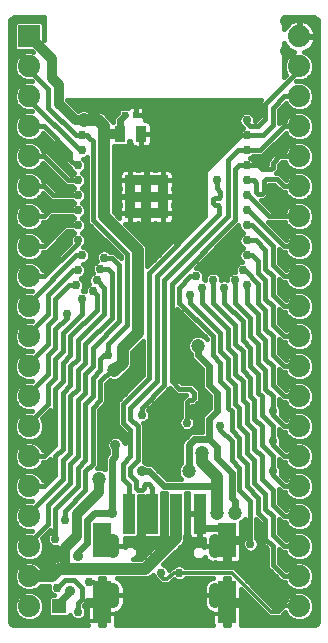
<source format=gbl>
G75*
%MOIN*%
%OFA0B0*%
%FSLAX25Y25*%
%IPPOS*%
%LPD*%
%AMOC8*
5,1,8,0,0,1.08239X$1,22.5*
%
%ADD10R,0.07400X0.07400*%
%ADD11C,0.07400*%
%ADD12C,0.04134*%
%ADD13R,0.03543X0.05512*%
%ADD14R,0.02441X0.02441*%
%ADD15R,0.03937X0.13386*%
%ADD16R,0.05906X0.14173*%
%ADD17R,0.05906X0.11811*%
%ADD18R,0.03543X0.03543*%
%ADD19R,0.04724X0.04724*%
%ADD20C,0.02953*%
%ADD21C,0.01200*%
%ADD22C,0.01600*%
%ADD23C,0.02400*%
%ADD24C,0.04000*%
%ADD25C,0.03200*%
%ADD26C,0.04724*%
%ADD27C,0.03543*%
D10*
X0009300Y0200050D03*
D11*
X0009300Y0190050D03*
X0009300Y0180050D03*
X0009300Y0170050D03*
X0009300Y0160050D03*
X0009300Y0150050D03*
X0009300Y0140050D03*
X0009300Y0130050D03*
X0009300Y0120050D03*
X0009300Y0110050D03*
X0009300Y0100050D03*
X0009300Y0090050D03*
X0009300Y0080050D03*
X0009300Y0070050D03*
X0009300Y0060050D03*
X0009300Y0050050D03*
X0009300Y0040050D03*
X0009300Y0030050D03*
X0009300Y0020050D03*
X0009300Y0010050D03*
X0099300Y0010050D03*
X0099300Y0020050D03*
X0099300Y0030050D03*
X0099300Y0040050D03*
X0099300Y0050050D03*
X0099300Y0060050D03*
X0099300Y0070050D03*
X0099300Y0080050D03*
X0099300Y0090050D03*
X0099300Y0100050D03*
X0099300Y0110050D03*
X0099300Y0120050D03*
X0099300Y0130050D03*
X0099300Y0140050D03*
X0099300Y0150050D03*
X0099300Y0160050D03*
X0099300Y0170050D03*
X0099300Y0180050D03*
X0099300Y0190050D03*
X0099300Y0200050D03*
D12*
X0071308Y0032235D02*
X0071308Y0028101D01*
X0071308Y0015778D02*
X0071308Y0011644D01*
X0037292Y0011644D02*
X0037292Y0015778D01*
X0037292Y0028101D02*
X0037292Y0032235D01*
D13*
X0039507Y0167550D03*
X0046593Y0167550D03*
D14*
X0044822Y0173800D03*
X0041278Y0173800D03*
D15*
X0042489Y0040867D03*
X0050363Y0040867D03*
X0058237Y0040867D03*
X0066111Y0040867D03*
D16*
X0075166Y0011339D03*
X0033434Y0011339D03*
D17*
X0033434Y0032206D03*
X0075166Y0032206D03*
D18*
X0053906Y0141103D03*
X0053906Y0146615D03*
X0053906Y0152127D03*
X0048394Y0152127D03*
X0048394Y0146615D03*
X0048394Y0141103D03*
X0042883Y0141103D03*
X0042883Y0146615D03*
X0042883Y0152127D03*
D19*
X0019300Y0010050D03*
D20*
X0018675Y0016300D03*
X0014300Y0015050D03*
X0014300Y0025050D03*
X0018050Y0032550D03*
X0021175Y0038800D03*
X0014300Y0055050D03*
X0014300Y0065050D03*
X0035550Y0093800D03*
X0041800Y0084425D03*
X0046800Y0073800D03*
X0052425Y0064425D03*
X0052425Y0060675D03*
X0056175Y0060675D03*
X0056175Y0064425D03*
X0061800Y0071300D03*
X0065550Y0070050D03*
X0073050Y0070050D03*
X0090550Y0065050D03*
X0094300Y0065050D03*
X0094300Y0055050D03*
X0090550Y0055050D03*
X0094300Y0045050D03*
X0094300Y0035050D03*
X0094300Y0025050D03*
X0094300Y0015050D03*
X0094300Y0005050D03*
X0083050Y0030778D03*
X0068050Y0007550D03*
X0064300Y0007550D03*
X0060550Y0007550D03*
X0060550Y0011300D03*
X0060550Y0015050D03*
X0056800Y0015050D03*
X0056800Y0011300D03*
X0056800Y0007550D03*
X0051800Y0007550D03*
X0051800Y0011300D03*
X0051800Y0015050D03*
X0048050Y0015050D03*
X0048050Y0011300D03*
X0048050Y0007550D03*
X0044300Y0007550D03*
X0040550Y0007550D03*
X0029300Y0018175D03*
X0025550Y0008175D03*
X0014300Y0005050D03*
X0039300Y0068175D03*
X0055550Y0080050D03*
X0063050Y0113800D03*
X0066800Y0116300D03*
X0064925Y0120050D03*
X0070550Y0118800D03*
X0070550Y0125050D03*
X0074300Y0125050D03*
X0074300Y0121300D03*
X0074300Y0116300D03*
X0078050Y0118800D03*
X0080550Y0122009D03*
X0081800Y0127009D03*
X0081800Y0132009D03*
X0081800Y0137009D03*
X0081800Y0142009D03*
X0081800Y0147009D03*
X0081800Y0152009D03*
X0081800Y0157009D03*
X0081800Y0162009D03*
X0081800Y0167009D03*
X0081800Y0172009D03*
X0081800Y0177550D03*
X0078050Y0177550D03*
X0078050Y0173800D03*
X0078050Y0170050D03*
X0074300Y0170050D03*
X0074300Y0166300D03*
X0074300Y0173800D03*
X0074300Y0177550D03*
X0070550Y0177550D03*
X0070550Y0173800D03*
X0070550Y0170050D03*
X0070550Y0166300D03*
X0070550Y0162550D03*
X0066800Y0162550D03*
X0066800Y0158800D03*
X0063050Y0158800D03*
X0063050Y0155050D03*
X0063050Y0151300D03*
X0063050Y0147550D03*
X0063050Y0143800D03*
X0063050Y0140050D03*
X0059300Y0140050D03*
X0059300Y0136300D03*
X0055550Y0133800D03*
X0051800Y0133800D03*
X0048050Y0133800D03*
X0059300Y0143800D03*
X0059300Y0147550D03*
X0059300Y0151300D03*
X0059300Y0155050D03*
X0059300Y0158800D03*
X0059300Y0162550D03*
X0059300Y0166300D03*
X0059300Y0170050D03*
X0059300Y0173800D03*
X0059300Y0177550D03*
X0055550Y0177550D03*
X0055550Y0173800D03*
X0055550Y0170050D03*
X0055550Y0166300D03*
X0055550Y0162550D03*
X0055550Y0158800D03*
X0051800Y0158800D03*
X0051800Y0162550D03*
X0051800Y0166300D03*
X0051800Y0170050D03*
X0051800Y0173800D03*
X0051800Y0177550D03*
X0048050Y0177550D03*
X0048050Y0173800D03*
X0044300Y0177550D03*
X0040550Y0177550D03*
X0036800Y0177550D03*
X0033050Y0177550D03*
X0029300Y0177550D03*
X0026800Y0167009D03*
X0026800Y0162009D03*
X0025550Y0157009D03*
X0025550Y0152009D03*
X0025550Y0147009D03*
X0025550Y0142009D03*
X0025550Y0137009D03*
X0025550Y0132009D03*
X0026800Y0127009D03*
X0025550Y0122009D03*
X0024925Y0117009D03*
X0026800Y0112550D03*
X0030550Y0115050D03*
X0031800Y0118800D03*
X0033050Y0122550D03*
X0034300Y0126300D03*
X0030550Y0130050D03*
X0030550Y0133800D03*
X0040550Y0158800D03*
X0040550Y0162550D03*
X0044300Y0162550D03*
X0044300Y0158800D03*
X0048050Y0158800D03*
X0048050Y0162550D03*
X0063050Y0162550D03*
X0063050Y0166300D03*
X0063050Y0170050D03*
X0063050Y0173800D03*
X0063050Y0177550D03*
X0066800Y0177550D03*
X0066800Y0173800D03*
X0066800Y0170050D03*
X0066800Y0166300D03*
X0071800Y0152009D03*
X0078050Y0132550D03*
X0078050Y0128800D03*
X0078050Y0125050D03*
X0074300Y0128800D03*
X0081800Y0117009D03*
X0094300Y0115050D03*
X0094300Y0105050D03*
X0094300Y0095050D03*
X0094300Y0085050D03*
X0094300Y0075050D03*
X0090550Y0075050D03*
X0094300Y0125050D03*
X0094300Y0135050D03*
X0094300Y0145050D03*
X0094300Y0155050D03*
X0094300Y0165050D03*
X0094300Y0175050D03*
X0094300Y0195050D03*
X0094300Y0205050D03*
X0021800Y0107550D03*
X0014300Y0125050D03*
X0014300Y0135050D03*
X0014300Y0145050D03*
X0014300Y0155050D03*
X0014300Y0165050D03*
X0053316Y0021300D03*
X0059300Y0021300D03*
D21*
X0057425Y0021300D01*
X0055237Y0019113D01*
X0053987Y0019113D01*
X0053316Y0019784D01*
X0053316Y0021300D01*
X0051800Y0015050D02*
X0051800Y0011300D01*
X0051800Y0007550D01*
X0056800Y0007550D01*
X0056800Y0011300D01*
X0056800Y0015050D01*
X0060550Y0015050D02*
X0060550Y0011300D01*
X0060550Y0007550D01*
X0064300Y0007550D01*
X0068050Y0007550D01*
X0075166Y0007550D01*
X0075166Y0011339D01*
X0076800Y0021300D02*
X0059300Y0021300D01*
X0060550Y0007550D02*
X0056800Y0007550D01*
X0051800Y0007550D02*
X0048050Y0007550D01*
X0048050Y0011300D01*
X0048050Y0015050D01*
X0048050Y0007550D02*
X0044300Y0007550D01*
X0040550Y0007550D01*
X0033040Y0007550D01*
X0033040Y0010946D01*
X0033434Y0011339D02*
X0033434Y0005050D01*
X0014300Y0005050D01*
X0074300Y0121300D02*
X0074300Y0125050D01*
X0070550Y0125050D01*
X0074300Y0125050D02*
X0074300Y0128800D01*
X0078050Y0128800D01*
X0078050Y0125050D01*
X0078050Y0128800D02*
X0078050Y0132550D01*
X0066800Y0158800D02*
X0063050Y0158800D01*
X0059300Y0158800D01*
X0059300Y0155050D01*
X0059300Y0151300D01*
X0059300Y0147550D01*
X0059300Y0143800D01*
X0059300Y0140050D01*
X0059300Y0136300D01*
X0055550Y0133800D02*
X0051800Y0133800D01*
X0048050Y0133800D01*
X0053906Y0141103D02*
X0053906Y0146615D01*
X0048394Y0146615D01*
X0048050Y0158800D02*
X0044300Y0158800D01*
X0040550Y0158800D01*
X0040550Y0162550D02*
X0044300Y0162550D01*
X0048050Y0162550D01*
X0051800Y0162550D01*
X0051800Y0158800D01*
X0055550Y0158800D01*
X0059300Y0158800D01*
X0059300Y0162550D02*
X0063050Y0162550D01*
X0066800Y0162550D01*
X0070550Y0162550D01*
X0070550Y0166300D02*
X0074300Y0166300D01*
X0074300Y0170050D02*
X0078050Y0170050D01*
X0078050Y0173800D02*
X0074300Y0173800D01*
X0070550Y0173800D01*
X0066800Y0173800D01*
X0063050Y0173800D01*
X0059300Y0173800D01*
X0055550Y0173800D01*
X0051800Y0173800D01*
X0048050Y0173800D01*
X0044822Y0173800D01*
X0044300Y0177550D02*
X0048050Y0177550D01*
X0051800Y0177550D01*
X0051800Y0173800D01*
X0051800Y0170050D01*
X0055550Y0170050D01*
X0059300Y0170050D01*
X0063050Y0170050D01*
X0066800Y0170050D01*
X0070550Y0170050D01*
X0074300Y0170050D01*
X0070550Y0166300D02*
X0066800Y0166300D01*
X0063050Y0166300D01*
X0059300Y0166300D01*
X0055550Y0166300D01*
X0051800Y0166300D01*
X0051800Y0167550D01*
X0046593Y0167550D01*
X0048050Y0158800D02*
X0051800Y0158800D01*
X0051800Y0162550D02*
X0055550Y0162550D01*
X0059300Y0162550D01*
X0063050Y0158800D02*
X0063050Y0155050D01*
X0063050Y0151300D01*
X0063050Y0147550D01*
X0063050Y0143800D01*
X0063050Y0140050D01*
X0051800Y0162550D02*
X0051800Y0166300D01*
X0051800Y0170050D01*
X0051800Y0177550D02*
X0055550Y0177550D01*
X0059300Y0177550D01*
X0063050Y0177550D01*
X0066800Y0177550D01*
X0070550Y0177550D01*
X0074300Y0177550D01*
X0078050Y0177550D01*
X0081800Y0177550D01*
X0044300Y0177550D02*
X0040550Y0177550D01*
X0036800Y0177550D01*
X0033050Y0177550D01*
X0029300Y0177550D01*
X0030550Y0133800D02*
X0030550Y0130050D01*
X0076800Y0021300D02*
X0089925Y0008175D01*
X0092425Y0008175D01*
X0094300Y0010050D01*
X0099300Y0010050D01*
D22*
X0003376Y0004126D02*
X0003038Y0004712D01*
X0002994Y0005050D01*
X0002994Y0205050D01*
X0003038Y0205388D01*
X0003376Y0205974D01*
X0003962Y0206312D01*
X0004300Y0206356D01*
X0014300Y0206356D01*
X0014300Y0198939D01*
X0014300Y0204288D01*
X0013538Y0205050D01*
X0005062Y0205050D01*
X0004300Y0204288D01*
X0004300Y0195812D01*
X0005062Y0195050D01*
X0010411Y0195050D01*
X0010493Y0194968D01*
X0010295Y0195050D01*
X0008305Y0195050D01*
X0006468Y0194289D01*
X0005061Y0192882D01*
X0004300Y0191045D01*
X0004300Y0189055D01*
X0005061Y0187218D01*
X0006468Y0185811D01*
X0008305Y0185050D01*
X0006468Y0184289D01*
X0005061Y0182882D01*
X0004300Y0181045D01*
X0004300Y0179055D01*
X0005061Y0177218D01*
X0006468Y0175811D01*
X0008305Y0175050D01*
X0006468Y0174289D01*
X0005061Y0172882D01*
X0004300Y0171045D01*
X0004300Y0169055D01*
X0005061Y0167218D01*
X0006468Y0165811D01*
X0008305Y0165050D01*
X0006468Y0164289D01*
X0005061Y0162882D01*
X0004300Y0161045D01*
X0004300Y0159055D01*
X0005061Y0157218D01*
X0006468Y0155811D01*
X0008305Y0155050D01*
X0006468Y0154289D01*
X0005061Y0152882D01*
X0004300Y0151045D01*
X0004300Y0149055D01*
X0005061Y0147218D01*
X0006468Y0145811D01*
X0008305Y0145050D01*
X0006468Y0144289D01*
X0005061Y0142882D01*
X0004300Y0141045D01*
X0004300Y0139055D01*
X0005061Y0137218D01*
X0006468Y0135811D01*
X0008305Y0135050D01*
X0006468Y0134289D01*
X0005061Y0132882D01*
X0004300Y0131045D01*
X0004300Y0129055D01*
X0005061Y0127218D01*
X0006468Y0125811D01*
X0008305Y0125050D01*
X0006468Y0124289D01*
X0005061Y0122882D01*
X0004300Y0121045D01*
X0004300Y0119055D01*
X0005061Y0117218D01*
X0006468Y0115811D01*
X0008305Y0115050D01*
X0006468Y0114289D01*
X0005061Y0112882D01*
X0004300Y0111045D01*
X0004300Y0109055D01*
X0005061Y0107218D01*
X0006468Y0105811D01*
X0008305Y0105050D01*
X0006468Y0104289D01*
X0005061Y0102882D01*
X0004300Y0101045D01*
X0004300Y0099055D01*
X0005061Y0097218D01*
X0006468Y0095811D01*
X0008305Y0095050D01*
X0006468Y0094289D01*
X0005061Y0092882D01*
X0004300Y0091045D01*
X0004300Y0089055D01*
X0005061Y0087218D01*
X0006468Y0085811D01*
X0008305Y0085050D01*
X0006468Y0084289D01*
X0005061Y0082882D01*
X0004300Y0081045D01*
X0004300Y0079055D01*
X0005061Y0077218D01*
X0006468Y0075811D01*
X0008305Y0075050D01*
X0006468Y0074289D01*
X0005061Y0072882D01*
X0004300Y0071045D01*
X0004300Y0069055D01*
X0005061Y0067218D01*
X0006468Y0065811D01*
X0008305Y0065050D01*
X0006468Y0064289D01*
X0005061Y0062882D01*
X0004300Y0061045D01*
X0004300Y0059055D01*
X0005061Y0057218D01*
X0006468Y0055811D01*
X0008305Y0055050D01*
X0010295Y0055050D01*
X0012132Y0055811D01*
X0013539Y0057218D01*
X0013904Y0058100D01*
X0015108Y0058100D01*
X0016100Y0059092D01*
X0016100Y0054608D01*
X0013784Y0052291D01*
X0013539Y0052882D01*
X0012132Y0054289D01*
X0010295Y0055050D01*
X0008305Y0055050D01*
X0006468Y0054289D01*
X0005061Y0052882D01*
X0004300Y0051045D01*
X0004300Y0049055D01*
X0005061Y0047218D01*
X0006468Y0045811D01*
X0008305Y0045050D01*
X0006468Y0044289D01*
X0005061Y0042882D01*
X0004300Y0041045D01*
X0004300Y0039055D01*
X0005061Y0037218D01*
X0006468Y0035811D01*
X0008305Y0035050D01*
X0006468Y0034289D01*
X0005061Y0032882D01*
X0004300Y0031045D01*
X0004300Y0029055D01*
X0005061Y0027218D01*
X0006468Y0025811D01*
X0008305Y0025050D01*
X0006468Y0024289D01*
X0005061Y0022882D01*
X0004300Y0021045D01*
X0004300Y0019055D01*
X0005061Y0017218D01*
X0006468Y0015811D01*
X0008305Y0015050D01*
X0006468Y0014289D01*
X0005061Y0012882D01*
X0004300Y0011045D01*
X0004300Y0009055D01*
X0005061Y0007218D01*
X0006468Y0005811D01*
X0008305Y0005050D01*
X0010295Y0005050D01*
X0012132Y0005811D01*
X0013539Y0007218D01*
X0014300Y0009055D01*
X0014300Y0011045D01*
X0013539Y0012882D01*
X0012132Y0014289D01*
X0010295Y0015050D01*
X0008305Y0015050D01*
X0010295Y0015050D01*
X0012132Y0015811D01*
X0013221Y0016900D01*
X0015918Y0016900D01*
X0015899Y0016852D01*
X0015899Y0015748D01*
X0016321Y0014727D01*
X0017102Y0013946D01*
X0017668Y0013712D01*
X0016399Y0013712D01*
X0015638Y0012951D01*
X0015638Y0007149D01*
X0016399Y0006388D01*
X0022201Y0006388D01*
X0022962Y0007149D01*
X0022962Y0007168D01*
X0023196Y0006602D01*
X0023977Y0005821D01*
X0024998Y0005399D01*
X0026102Y0005399D01*
X0027123Y0005821D01*
X0027904Y0006602D01*
X0028326Y0007623D01*
X0028326Y0008727D01*
X0027904Y0009748D01*
X0027500Y0010151D01*
X0027500Y0010492D01*
X0027608Y0010600D01*
X0028750Y0011742D01*
X0028750Y0012016D01*
X0032757Y0012016D01*
X0032757Y0010663D01*
X0028681Y0010663D01*
X0028681Y0004016D01*
X0028754Y0003744D01*
X0004300Y0003744D01*
X0003962Y0003788D01*
X0003376Y0004126D01*
X0003363Y0004149D02*
X0028681Y0004149D01*
X0028681Y0005747D02*
X0026943Y0005747D01*
X0028212Y0007346D02*
X0028681Y0007346D01*
X0028681Y0008944D02*
X0028237Y0008944D01*
X0028681Y0010543D02*
X0027550Y0010543D01*
X0025550Y0011300D02*
X0026800Y0012550D01*
X0026800Y0016300D01*
X0024300Y0018800D01*
X0021175Y0018800D01*
X0018675Y0016300D01*
X0017601Y0013740D02*
X0012681Y0013740D01*
X0013846Y0012141D02*
X0015638Y0012141D01*
X0015638Y0010543D02*
X0014300Y0010543D01*
X0014254Y0008944D02*
X0015638Y0008944D01*
X0015638Y0007346D02*
X0013592Y0007346D01*
X0011977Y0005747D02*
X0024157Y0005747D01*
X0025550Y0008175D02*
X0025550Y0011300D01*
X0029300Y0018175D02*
X0030550Y0018175D01*
X0033040Y0015685D01*
X0033040Y0013711D01*
X0032757Y0013740D02*
X0033425Y0013740D01*
X0033425Y0013711D02*
X0034110Y0013711D01*
X0033425Y0013711D01*
X0033425Y0012016D01*
X0032757Y0012016D01*
X0032757Y0019400D01*
X0034110Y0019400D01*
X0034110Y0017977D01*
X0033865Y0017610D01*
X0033574Y0016906D01*
X0033425Y0016159D01*
X0033425Y0013711D01*
X0034110Y0013711D02*
X0034110Y0013711D01*
X0033425Y0012141D02*
X0032757Y0012141D01*
X0032757Y0010663D02*
X0033545Y0010663D01*
X0033574Y0010517D01*
X0033865Y0009813D01*
X0034110Y0009446D01*
X0034110Y0003744D01*
X0032757Y0003744D01*
X0032757Y0010663D01*
X0032757Y0010543D02*
X0033569Y0010543D01*
X0034110Y0008944D02*
X0032757Y0008944D01*
X0032757Y0007346D02*
X0034110Y0007346D01*
X0034110Y0005747D02*
X0032757Y0005747D01*
X0032757Y0004149D02*
X0034110Y0004149D01*
X0038114Y0003744D02*
X0038187Y0004016D01*
X0038187Y0007880D01*
X0038420Y0007926D01*
X0039124Y0008218D01*
X0039757Y0008641D01*
X0040296Y0009179D01*
X0040719Y0009813D01*
X0041010Y0010517D01*
X0041159Y0011264D01*
X0041159Y0013711D01*
X0038187Y0013711D01*
X0038187Y0013711D01*
X0041159Y0013711D01*
X0041159Y0016159D01*
X0041010Y0016906D01*
X0040719Y0017610D01*
X0040296Y0018243D01*
X0039757Y0018782D01*
X0039124Y0019205D01*
X0038653Y0019400D01*
X0047423Y0019400D01*
X0048677Y0019400D01*
X0049834Y0019880D01*
X0050587Y0020632D01*
X0050962Y0019727D01*
X0051566Y0019124D01*
X0051566Y0019059D01*
X0052237Y0018388D01*
X0053263Y0017363D01*
X0055962Y0017363D01*
X0057637Y0019037D01*
X0057727Y0018946D01*
X0058748Y0018524D01*
X0059852Y0018524D01*
X0060873Y0018946D01*
X0061476Y0019550D01*
X0070448Y0019550D01*
X0070180Y0019497D01*
X0069476Y0019205D01*
X0068843Y0018782D01*
X0068304Y0018243D01*
X0067881Y0017610D01*
X0067590Y0016906D01*
X0067441Y0016159D01*
X0067441Y0013711D01*
X0067441Y0011264D01*
X0067590Y0010517D01*
X0067881Y0009813D01*
X0068304Y0009179D01*
X0068843Y0008641D01*
X0069476Y0008218D01*
X0070180Y0007926D01*
X0070413Y0007880D01*
X0070413Y0004016D01*
X0070486Y0003744D01*
X0038114Y0003744D01*
X0038187Y0004149D02*
X0070413Y0004149D01*
X0070413Y0005747D02*
X0038187Y0005747D01*
X0038187Y0007346D02*
X0070413Y0007346D01*
X0068540Y0008944D02*
X0040060Y0008944D01*
X0041016Y0010543D02*
X0067584Y0010543D01*
X0067441Y0012141D02*
X0041159Y0012141D01*
X0041159Y0013740D02*
X0067441Y0013740D01*
X0067441Y0013711D02*
X0070413Y0013711D01*
X0067441Y0013711D01*
X0067441Y0015338D02*
X0041159Y0015338D01*
X0040998Y0016937D02*
X0067602Y0016937D01*
X0068596Y0018535D02*
X0059880Y0018535D01*
X0058720Y0018535D02*
X0057135Y0018535D01*
X0055919Y0022269D02*
X0055669Y0022873D01*
X0054888Y0023654D01*
X0053983Y0024029D01*
X0060907Y0030953D01*
X0061387Y0032110D01*
X0061387Y0033517D01*
X0061505Y0033636D01*
X0061505Y0047700D01*
X0062343Y0047700D01*
X0062343Y0041051D01*
X0065927Y0041051D01*
X0065927Y0040683D01*
X0062343Y0040683D01*
X0062343Y0033937D01*
X0062465Y0033479D01*
X0062702Y0033069D01*
X0063037Y0032734D01*
X0063448Y0032497D01*
X0063906Y0032374D01*
X0065927Y0032374D01*
X0065927Y0040683D01*
X0066295Y0040683D01*
X0066295Y0032374D01*
X0067441Y0032374D01*
X0067441Y0030168D01*
X0067441Y0029955D01*
X0067135Y0030262D01*
X0066189Y0030653D01*
X0065166Y0030653D01*
X0064221Y0030262D01*
X0063498Y0029538D01*
X0063106Y0028593D01*
X0063106Y0027570D01*
X0063498Y0026625D01*
X0064221Y0025901D01*
X0065166Y0025510D01*
X0066189Y0025510D01*
X0067135Y0025901D01*
X0067770Y0026537D01*
X0067881Y0026270D01*
X0068304Y0025636D01*
X0068843Y0025098D01*
X0069476Y0024674D01*
X0070180Y0024383D01*
X0070927Y0024234D01*
X0071308Y0024234D01*
X0071689Y0024234D01*
X0072436Y0024383D01*
X0072719Y0024500D01*
X0074490Y0024500D01*
X0074490Y0025903D01*
X0074735Y0026270D01*
X0075026Y0026973D01*
X0075175Y0027720D01*
X0075175Y0030168D01*
X0074490Y0030168D01*
X0074490Y0030168D01*
X0075175Y0030168D01*
X0075175Y0031529D01*
X0075843Y0031529D01*
X0075843Y0032882D01*
X0079919Y0032882D01*
X0079919Y0038110D01*
X0080124Y0038195D01*
X0081100Y0039171D01*
X0081100Y0032755D01*
X0080696Y0032351D01*
X0080274Y0031331D01*
X0080274Y0030226D01*
X0080696Y0029206D01*
X0081477Y0028425D01*
X0082498Y0028002D01*
X0083602Y0028002D01*
X0084623Y0028425D01*
X0085404Y0029206D01*
X0085826Y0030226D01*
X0085826Y0031331D01*
X0085404Y0032351D01*
X0085000Y0032755D01*
X0085000Y0039092D01*
X0086100Y0037992D01*
X0086100Y0031742D01*
X0088600Y0029242D01*
X0088600Y0022992D01*
X0092350Y0019242D01*
X0093492Y0018100D01*
X0094696Y0018100D01*
X0095061Y0017218D01*
X0096468Y0015811D01*
X0098305Y0015050D01*
X0100295Y0015050D01*
X0102132Y0015811D01*
X0103539Y0017218D01*
X0104300Y0019055D01*
X0104300Y0021045D01*
X0103539Y0022882D01*
X0102132Y0024289D01*
X0100295Y0025050D01*
X0102132Y0025811D01*
X0103539Y0027218D01*
X0104300Y0029055D01*
X0104300Y0031045D01*
X0103539Y0032882D01*
X0102132Y0034289D01*
X0100295Y0035050D01*
X0102132Y0035811D01*
X0103539Y0037218D01*
X0104300Y0039055D01*
X0104300Y0041045D01*
X0103539Y0042882D01*
X0102132Y0044289D01*
X0100295Y0045050D01*
X0102132Y0045811D01*
X0103539Y0047218D01*
X0104300Y0049055D01*
X0104300Y0051045D01*
X0103539Y0052882D01*
X0102132Y0054289D01*
X0100295Y0055050D01*
X0102132Y0055811D01*
X0103539Y0057218D01*
X0104300Y0059055D01*
X0104300Y0061045D01*
X0103539Y0062882D01*
X0102132Y0064289D01*
X0100295Y0065050D01*
X0102132Y0065811D01*
X0103539Y0067218D01*
X0104300Y0069055D01*
X0104300Y0071045D01*
X0103539Y0072882D01*
X0102132Y0074289D01*
X0100295Y0075050D01*
X0102132Y0075811D01*
X0103539Y0077218D01*
X0104300Y0079055D01*
X0104300Y0081045D01*
X0103539Y0082882D01*
X0102132Y0084289D01*
X0100295Y0085050D01*
X0102132Y0085811D01*
X0103539Y0087218D01*
X0104300Y0089055D01*
X0104300Y0091045D01*
X0103539Y0092882D01*
X0102132Y0094289D01*
X0100295Y0095050D01*
X0102132Y0095811D01*
X0103539Y0097218D01*
X0104300Y0099055D01*
X0104300Y0101045D01*
X0103539Y0102882D01*
X0102132Y0104289D01*
X0100295Y0105050D01*
X0102132Y0105811D01*
X0103539Y0107218D01*
X0104300Y0109055D01*
X0104300Y0111045D01*
X0103539Y0112882D01*
X0102132Y0114289D01*
X0100295Y0115050D01*
X0102132Y0115811D01*
X0103539Y0117218D01*
X0104300Y0119055D01*
X0104300Y0121045D01*
X0103539Y0122882D01*
X0102132Y0124289D01*
X0100295Y0125050D01*
X0102132Y0125811D01*
X0103539Y0127218D01*
X0104300Y0129055D01*
X0104300Y0131045D01*
X0103539Y0132882D01*
X0102132Y0134289D01*
X0100295Y0135050D01*
X0102132Y0135811D01*
X0103539Y0137218D01*
X0104300Y0139055D01*
X0104300Y0141045D01*
X0103539Y0142882D01*
X0102132Y0144289D01*
X0100295Y0145050D01*
X0102132Y0145811D01*
X0103539Y0147218D01*
X0104300Y0149055D01*
X0104300Y0151045D01*
X0103539Y0152882D01*
X0102132Y0154289D01*
X0100295Y0155050D01*
X0102132Y0155811D01*
X0103539Y0157218D01*
X0104300Y0159055D01*
X0104300Y0161045D01*
X0103539Y0162882D01*
X0102132Y0164289D01*
X0100295Y0165050D01*
X0102132Y0165811D01*
X0103539Y0167218D01*
X0104300Y0169055D01*
X0104300Y0171045D01*
X0103539Y0172882D01*
X0102132Y0174289D01*
X0100295Y0175050D01*
X0102132Y0175811D01*
X0103539Y0177218D01*
X0104300Y0179055D01*
X0104300Y0181045D01*
X0103539Y0182882D01*
X0102132Y0184289D01*
X0100295Y0185050D01*
X0102132Y0185811D01*
X0103539Y0187218D01*
X0104300Y0189055D01*
X0104300Y0191045D01*
X0103539Y0192882D01*
X0102132Y0194289D01*
X0100917Y0194792D01*
X0101411Y0194953D01*
X0102183Y0195346D01*
X0102883Y0195855D01*
X0103495Y0196467D01*
X0104004Y0197167D01*
X0104397Y0197939D01*
X0104665Y0198762D01*
X0104800Y0199617D01*
X0104800Y0199850D01*
X0099500Y0199850D01*
X0099500Y0200250D01*
X0099100Y0200250D01*
X0099100Y0205550D01*
X0098867Y0205550D01*
X0098012Y0205415D01*
X0097189Y0205147D01*
X0096417Y0204754D01*
X0095717Y0204245D01*
X0095105Y0203633D01*
X0094596Y0202933D01*
X0094300Y0202352D01*
X0094300Y0206356D01*
X0104300Y0206356D01*
X0104638Y0206312D01*
X0105224Y0205974D01*
X0105562Y0205388D01*
X0105606Y0205050D01*
X0105606Y0005050D01*
X0105562Y0004712D01*
X0105224Y0004126D01*
X0104638Y0003788D01*
X0104300Y0003744D01*
X0079846Y0003744D01*
X0079919Y0004016D01*
X0079919Y0010663D01*
X0075843Y0010663D01*
X0075843Y0012016D01*
X0079919Y0012016D01*
X0079919Y0015706D01*
X0089200Y0006425D01*
X0093150Y0006425D01*
X0094175Y0007450D01*
X0094734Y0008009D01*
X0095061Y0007218D01*
X0096468Y0005811D01*
X0098305Y0005050D01*
X0100295Y0005050D01*
X0102132Y0005811D01*
X0103539Y0007218D01*
X0104300Y0009055D01*
X0104300Y0011045D01*
X0103539Y0012882D01*
X0102132Y0014289D01*
X0100295Y0015050D01*
X0098305Y0015050D01*
X0096468Y0014289D01*
X0095061Y0012882D01*
X0094613Y0011800D01*
X0093575Y0011800D01*
X0091700Y0009925D01*
X0090650Y0009925D01*
X0078550Y0022025D01*
X0077525Y0023050D01*
X0061476Y0023050D01*
X0060873Y0023654D01*
X0059852Y0024076D01*
X0058748Y0024076D01*
X0057727Y0023654D01*
X0057124Y0023050D01*
X0056700Y0023050D01*
X0055919Y0022269D01*
X0055211Y0023331D02*
X0057404Y0023331D01*
X0056482Y0026528D02*
X0063595Y0026528D01*
X0063106Y0028126D02*
X0058081Y0028126D01*
X0059679Y0029725D02*
X0063684Y0029725D01*
X0062849Y0032922D02*
X0061387Y0032922D01*
X0061505Y0034520D02*
X0062343Y0034520D01*
X0062343Y0036119D02*
X0061505Y0036119D01*
X0061505Y0037717D02*
X0062343Y0037717D01*
X0062343Y0039316D02*
X0061505Y0039316D01*
X0061505Y0040914D02*
X0065927Y0040914D01*
X0065927Y0039316D02*
X0066295Y0039316D01*
X0066295Y0037717D02*
X0065927Y0037717D01*
X0065927Y0036119D02*
X0066295Y0036119D01*
X0066295Y0034520D02*
X0065927Y0034520D01*
X0065927Y0032922D02*
X0066295Y0032922D01*
X0067441Y0031323D02*
X0061061Y0031323D01*
X0061196Y0023331D02*
X0088600Y0023331D01*
X0088600Y0024929D02*
X0079294Y0024929D01*
X0079224Y0024860D02*
X0079559Y0025195D01*
X0079796Y0025605D01*
X0079919Y0026063D01*
X0079919Y0031529D01*
X0075843Y0031529D01*
X0075843Y0024500D01*
X0078356Y0024500D01*
X0078814Y0024623D01*
X0079224Y0024860D01*
X0079919Y0026528D02*
X0088600Y0026528D01*
X0088600Y0028126D02*
X0083902Y0028126D01*
X0085619Y0029725D02*
X0088118Y0029725D01*
X0090550Y0030050D02*
X0088050Y0032550D01*
X0088050Y0038800D01*
X0085550Y0041300D01*
X0085550Y0046300D01*
X0081800Y0050050D01*
X0081800Y0057550D01*
X0079300Y0060050D01*
X0079300Y0066300D01*
X0076800Y0068800D01*
X0076800Y0075050D01*
X0075550Y0076300D01*
X0075550Y0082550D01*
X0073050Y0085050D01*
X0073050Y0091300D01*
X0070550Y0093800D01*
X0070550Y0100050D01*
X0059300Y0111300D01*
X0059300Y0116300D01*
X0063050Y0120050D01*
X0064925Y0120050D01*
X0064834Y0122826D02*
X0079024Y0137016D01*
X0079024Y0136456D01*
X0079446Y0135436D01*
X0080227Y0134655D01*
X0080581Y0134509D01*
X0080227Y0134362D01*
X0079446Y0133581D01*
X0079024Y0132561D01*
X0079024Y0131456D01*
X0079446Y0130436D01*
X0080227Y0129655D01*
X0080581Y0129509D01*
X0080227Y0129362D01*
X0079446Y0128581D01*
X0079024Y0127561D01*
X0079024Y0126456D01*
X0079446Y0125436D01*
X0080097Y0124785D01*
X0079998Y0124785D01*
X0078977Y0124362D01*
X0078196Y0123581D01*
X0077774Y0122561D01*
X0077774Y0121576D01*
X0077498Y0121576D01*
X0076477Y0121154D01*
X0075696Y0120373D01*
X0075274Y0119352D01*
X0075274Y0118902D01*
X0074852Y0119076D01*
X0073748Y0119076D01*
X0073326Y0118902D01*
X0073326Y0119352D01*
X0072904Y0120373D01*
X0072123Y0121154D01*
X0071102Y0121576D01*
X0069998Y0121576D01*
X0068977Y0121154D01*
X0068196Y0120373D01*
X0067774Y0119352D01*
X0067774Y0118902D01*
X0067501Y0119015D01*
X0067701Y0119498D01*
X0067701Y0120602D01*
X0067279Y0121623D01*
X0066498Y0122404D01*
X0065477Y0122826D01*
X0064834Y0122826D01*
X0066045Y0124037D02*
X0078652Y0124037D01*
X0079364Y0125635D02*
X0067643Y0125635D01*
X0069242Y0127234D02*
X0079024Y0127234D01*
X0079697Y0128832D02*
X0070840Y0128832D01*
X0072439Y0130431D02*
X0079451Y0130431D01*
X0079024Y0132029D02*
X0074037Y0132029D01*
X0075636Y0133628D02*
X0079493Y0133628D01*
X0079656Y0135226D02*
X0077234Y0135226D01*
X0078833Y0136825D02*
X0079024Y0136825D01*
X0078050Y0138800D02*
X0056800Y0117550D01*
X0056800Y0085050D01*
X0059300Y0082550D01*
X0063050Y0082550D01*
X0064300Y0081300D01*
X0064300Y0079425D01*
X0063675Y0078800D01*
X0062425Y0078800D01*
X0061800Y0078175D01*
X0061800Y0071300D01*
X0059850Y0073276D02*
X0059446Y0072873D01*
X0059024Y0071852D01*
X0059024Y0070748D01*
X0059446Y0069727D01*
X0060227Y0068946D01*
X0061248Y0068524D01*
X0062352Y0068524D01*
X0063373Y0068946D01*
X0064154Y0069727D01*
X0064576Y0070748D01*
X0064576Y0071852D01*
X0064154Y0072873D01*
X0063750Y0073276D01*
X0063750Y0076850D01*
X0064483Y0076850D01*
X0065108Y0077475D01*
X0066250Y0078617D01*
X0066250Y0082108D01*
X0065000Y0083358D01*
X0063858Y0084500D01*
X0060108Y0084500D01*
X0058750Y0085858D01*
X0058750Y0109092D01*
X0068600Y0099242D01*
X0068600Y0099054D01*
X0067624Y0100030D01*
X0066278Y0100587D01*
X0064822Y0100587D01*
X0063476Y0100030D01*
X0062445Y0098999D01*
X0061888Y0097653D01*
X0061888Y0096197D01*
X0062445Y0094851D01*
X0063200Y0094096D01*
X0063200Y0092827D01*
X0066950Y0089077D01*
X0066950Y0082827D01*
X0069450Y0080327D01*
X0069450Y0076023D01*
X0066950Y0073523D01*
X0066950Y0068025D01*
X0063327Y0068025D01*
X0060075Y0064773D01*
X0060075Y0057879D01*
X0059320Y0057124D01*
X0058763Y0055778D01*
X0058763Y0054322D01*
X0059320Y0052976D01*
X0059896Y0052400D01*
X0055273Y0052400D01*
X0050273Y0057400D01*
X0048794Y0057400D01*
X0048540Y0057654D01*
X0047500Y0058085D01*
X0047500Y0070858D01*
X0047334Y0071024D01*
X0047352Y0071024D01*
X0048373Y0071446D01*
X0049154Y0072227D01*
X0049576Y0073248D01*
X0049576Y0074352D01*
X0049154Y0075373D01*
X0048892Y0075634D01*
X0055108Y0081850D01*
X0056175Y0082917D01*
X0057350Y0081742D01*
X0058492Y0080600D01*
X0061467Y0080600D01*
X0060475Y0079608D01*
X0059850Y0078983D01*
X0059850Y0073276D01*
X0059458Y0072884D02*
X0049426Y0072884D01*
X0049522Y0074483D02*
X0059850Y0074483D01*
X0059850Y0076082D02*
X0049339Y0076082D01*
X0050938Y0077680D02*
X0059850Y0077680D01*
X0060146Y0079279D02*
X0052536Y0079279D01*
X0054135Y0080877D02*
X0058215Y0080877D01*
X0056617Y0082476D02*
X0055733Y0082476D01*
X0054300Y0083800D02*
X0054300Y0118800D01*
X0075550Y0140050D01*
X0075550Y0158800D01*
X0078759Y0162009D01*
X0081800Y0162009D01*
X0086259Y0162009D01*
X0094300Y0170050D01*
X0099300Y0170050D01*
X0101618Y0165598D02*
X0105606Y0165598D01*
X0105606Y0164000D02*
X0102421Y0164000D01*
X0103738Y0162401D02*
X0105606Y0162401D01*
X0105606Y0160803D02*
X0104300Y0160803D01*
X0104300Y0159204D02*
X0105606Y0159204D01*
X0105606Y0157606D02*
X0103699Y0157606D01*
X0102328Y0156007D02*
X0105606Y0156007D01*
X0105606Y0154409D02*
X0101843Y0154409D01*
X0100295Y0155050D02*
X0098305Y0155050D01*
X0096468Y0155811D01*
X0095061Y0157218D01*
X0094696Y0158100D01*
X0093545Y0158100D01*
X0092500Y0157055D01*
X0092500Y0155492D01*
X0091875Y0154867D01*
X0091508Y0154500D01*
X0092608Y0154500D01*
X0094816Y0152291D01*
X0095061Y0152882D01*
X0096468Y0154289D01*
X0098305Y0155050D01*
X0100295Y0155050D01*
X0099300Y0150050D02*
X0094300Y0150050D01*
X0091800Y0152550D01*
X0088206Y0152550D01*
X0087425Y0151769D01*
X0087425Y0148175D01*
X0086800Y0147550D01*
X0085550Y0147550D01*
X0084925Y0148175D01*
X0084925Y0151300D01*
X0084216Y0152009D01*
X0081800Y0152009D01*
X0081800Y0157009D02*
X0079384Y0157009D01*
X0078050Y0155675D01*
X0078050Y0138800D01*
X0081800Y0137009D02*
X0083591Y0137009D01*
X0090550Y0130050D01*
X0090550Y0123800D01*
X0094300Y0120050D01*
X0099300Y0120050D01*
X0100295Y0125050D02*
X0098305Y0125050D01*
X0100295Y0125050D01*
X0101708Y0125635D02*
X0105606Y0125635D01*
X0105606Y0124037D02*
X0102384Y0124037D01*
X0103723Y0122438D02*
X0105606Y0122438D01*
X0105606Y0120840D02*
X0104300Y0120840D01*
X0104300Y0119241D02*
X0105606Y0119241D01*
X0105606Y0117643D02*
X0103715Y0117643D01*
X0102365Y0116044D02*
X0105606Y0116044D01*
X0105606Y0114446D02*
X0101753Y0114446D01*
X0100295Y0115050D02*
X0098305Y0115050D01*
X0096468Y0115811D01*
X0095061Y0117218D01*
X0094696Y0118100D01*
X0093492Y0118100D01*
X0092500Y0119092D01*
X0092500Y0114608D01*
X0094816Y0112291D01*
X0095061Y0112882D01*
X0096468Y0114289D01*
X0098305Y0115050D01*
X0100295Y0115050D01*
X0099300Y0110050D02*
X0094300Y0110050D01*
X0090550Y0113800D01*
X0090550Y0120050D01*
X0088050Y0122550D01*
X0088050Y0128800D01*
X0084841Y0132009D01*
X0081800Y0132009D01*
X0081800Y0127009D02*
X0083591Y0127009D01*
X0085550Y0125050D01*
X0085550Y0121300D01*
X0088050Y0118800D01*
X0088050Y0112550D01*
X0090550Y0110050D01*
X0090550Y0103800D01*
X0094300Y0100050D01*
X0099300Y0100050D01*
X0100810Y0095264D02*
X0105606Y0095264D01*
X0105606Y0096862D02*
X0103183Y0096862D01*
X0104054Y0098461D02*
X0105606Y0098461D01*
X0105606Y0100059D02*
X0104300Y0100059D01*
X0104046Y0101658D02*
X0105606Y0101658D01*
X0105606Y0103256D02*
X0103165Y0103256D01*
X0102774Y0106453D02*
X0105606Y0106453D01*
X0105606Y0104855D02*
X0100766Y0104855D01*
X0100295Y0105050D02*
X0098305Y0105050D01*
X0096468Y0105811D01*
X0095061Y0107218D01*
X0094696Y0108100D01*
X0093492Y0108100D01*
X0092500Y0109092D01*
X0092500Y0104608D01*
X0094816Y0102291D01*
X0095061Y0102882D01*
X0096468Y0104289D01*
X0098305Y0105050D01*
X0100295Y0105050D01*
X0097834Y0104855D02*
X0092500Y0104855D01*
X0092500Y0106453D02*
X0095826Y0106453D01*
X0094716Y0108052D02*
X0092500Y0108052D01*
X0093851Y0103256D02*
X0095435Y0103256D01*
X0092500Y0099092D02*
X0093492Y0098100D01*
X0094696Y0098100D01*
X0095061Y0097218D01*
X0096468Y0095811D01*
X0098305Y0095050D01*
X0100295Y0095050D01*
X0098305Y0095050D01*
X0096468Y0094289D01*
X0095061Y0092882D01*
X0094816Y0092291D01*
X0092500Y0094608D01*
X0092500Y0099092D01*
X0092500Y0098461D02*
X0093132Y0098461D01*
X0092500Y0096862D02*
X0095417Y0096862D01*
X0097790Y0095264D02*
X0092500Y0095264D01*
X0093443Y0093665D02*
X0095844Y0093665D01*
X0094300Y0090050D02*
X0099300Y0090050D01*
X0101798Y0085673D02*
X0105606Y0085673D01*
X0105606Y0087271D02*
X0103561Y0087271D01*
X0104223Y0088870D02*
X0105606Y0088870D01*
X0105606Y0090468D02*
X0104300Y0090468D01*
X0103877Y0092067D02*
X0105606Y0092067D01*
X0105606Y0093665D02*
X0102756Y0093665D01*
X0100295Y0085050D02*
X0098305Y0085050D01*
X0096468Y0085811D01*
X0095061Y0087218D01*
X0094696Y0088100D01*
X0093492Y0088100D01*
X0092500Y0089092D01*
X0092500Y0084608D01*
X0094816Y0082291D01*
X0095061Y0082882D01*
X0096468Y0084289D01*
X0098305Y0085050D01*
X0100295Y0085050D01*
X0102347Y0084074D02*
X0105606Y0084074D01*
X0105606Y0082476D02*
X0103707Y0082476D01*
X0104300Y0080877D02*
X0105606Y0080877D01*
X0105606Y0079279D02*
X0104300Y0079279D01*
X0103730Y0077680D02*
X0105606Y0077680D01*
X0105606Y0076082D02*
X0102403Y0076082D01*
X0101663Y0074483D02*
X0105606Y0074483D01*
X0105606Y0072884D02*
X0103537Y0072884D01*
X0104200Y0071286D02*
X0105606Y0071286D01*
X0105606Y0069687D02*
X0104300Y0069687D01*
X0103900Y0068089D02*
X0105606Y0068089D01*
X0105606Y0066490D02*
X0102812Y0066490D01*
X0103128Y0063293D02*
X0105606Y0063293D01*
X0105606Y0061695D02*
X0104031Y0061695D01*
X0104300Y0060096D02*
X0105606Y0060096D01*
X0105606Y0058498D02*
X0104069Y0058498D01*
X0103220Y0056899D02*
X0105606Y0056899D01*
X0105606Y0055301D02*
X0100900Y0055301D01*
X0100295Y0055050D02*
X0098305Y0055050D01*
X0096468Y0055811D01*
X0095061Y0057218D01*
X0094696Y0058100D01*
X0093492Y0058100D01*
X0092500Y0059092D01*
X0092500Y0057026D01*
X0092904Y0056623D01*
X0093326Y0055602D01*
X0093326Y0054498D01*
X0093117Y0053991D01*
X0094816Y0052291D01*
X0095061Y0052882D01*
X0096468Y0054289D01*
X0098305Y0055050D01*
X0100295Y0055050D01*
X0102719Y0053702D02*
X0105606Y0053702D01*
X0105606Y0052104D02*
X0103861Y0052104D01*
X0104300Y0050505D02*
X0105606Y0050505D01*
X0105606Y0048907D02*
X0104238Y0048907D01*
X0103576Y0047308D02*
X0105606Y0047308D01*
X0105606Y0045710D02*
X0101887Y0045710D01*
X0102310Y0044111D02*
X0105606Y0044111D01*
X0105606Y0042513D02*
X0103692Y0042513D01*
X0104300Y0040914D02*
X0105606Y0040914D01*
X0105606Y0039316D02*
X0104300Y0039316D01*
X0103746Y0037717D02*
X0105606Y0037717D01*
X0105606Y0036119D02*
X0102440Y0036119D01*
X0101574Y0034520D02*
X0105606Y0034520D01*
X0105606Y0032922D02*
X0103499Y0032922D01*
X0104185Y0031323D02*
X0105606Y0031323D01*
X0105606Y0029725D02*
X0104300Y0029725D01*
X0103915Y0028126D02*
X0105606Y0028126D01*
X0105606Y0026528D02*
X0102849Y0026528D01*
X0103090Y0023331D02*
X0105606Y0023331D01*
X0105606Y0024929D02*
X0100586Y0024929D01*
X0100295Y0025050D02*
X0098305Y0025050D01*
X0096468Y0025811D01*
X0095061Y0027218D01*
X0094696Y0028100D01*
X0093492Y0028100D01*
X0092500Y0029092D01*
X0092500Y0024608D01*
X0094816Y0022291D01*
X0095061Y0022882D01*
X0096468Y0024289D01*
X0098305Y0025050D01*
X0100295Y0025050D01*
X0098014Y0024929D02*
X0092500Y0024929D01*
X0092500Y0026528D02*
X0095751Y0026528D01*
X0095510Y0023331D02*
X0093777Y0023331D01*
X0090550Y0023800D02*
X0094300Y0020050D01*
X0099300Y0020050D01*
X0097610Y0015338D02*
X0085237Y0015338D01*
X0086835Y0013740D02*
X0095919Y0013740D01*
X0094754Y0012141D02*
X0088434Y0012141D01*
X0090032Y0010543D02*
X0092318Y0010543D01*
X0094070Y0007346D02*
X0095008Y0007346D01*
X0096623Y0005747D02*
X0079919Y0005747D01*
X0079919Y0004149D02*
X0105237Y0004149D01*
X0105606Y0005747D02*
X0101977Y0005747D01*
X0103592Y0007346D02*
X0105606Y0007346D01*
X0105606Y0008944D02*
X0104254Y0008944D01*
X0104300Y0010543D02*
X0105606Y0010543D01*
X0105606Y0012141D02*
X0103846Y0012141D01*
X0102681Y0013740D02*
X0105606Y0013740D01*
X0105606Y0015338D02*
X0100990Y0015338D01*
X0103258Y0016937D02*
X0105606Y0016937D01*
X0105606Y0018535D02*
X0104084Y0018535D01*
X0104300Y0020134D02*
X0105606Y0020134D01*
X0105606Y0021732D02*
X0104015Y0021732D01*
X0099300Y0030050D02*
X0094300Y0030050D01*
X0090550Y0033800D01*
X0090550Y0040050D01*
X0088050Y0042550D01*
X0088050Y0047550D01*
X0084300Y0051300D01*
X0084300Y0058800D01*
X0081800Y0061300D01*
X0081800Y0067550D01*
X0079300Y0070050D01*
X0079300Y0076300D01*
X0078050Y0077550D01*
X0078050Y0083800D01*
X0075550Y0086300D01*
X0075550Y0092550D01*
X0073050Y0095050D01*
X0073050Y0101300D01*
X0063050Y0111300D01*
X0063050Y0113800D01*
X0066800Y0111300D02*
X0066800Y0116300D01*
X0067595Y0119241D02*
X0067774Y0119241D01*
X0067603Y0120840D02*
X0068663Y0120840D01*
X0070550Y0118800D02*
X0070550Y0111300D01*
X0078050Y0103800D01*
X0078050Y0097550D01*
X0080550Y0095050D01*
X0080550Y0088800D01*
X0083050Y0086300D01*
X0083050Y0080050D01*
X0084300Y0078800D01*
X0084300Y0072550D01*
X0086800Y0070050D01*
X0086800Y0063800D01*
X0090550Y0060050D01*
X0090550Y0055050D01*
X0090550Y0053800D01*
X0094300Y0050050D01*
X0099300Y0050050D01*
X0096713Y0045710D02*
X0092500Y0045710D01*
X0092500Y0044608D02*
X0092500Y0049092D01*
X0093492Y0048100D01*
X0094696Y0048100D01*
X0095061Y0047218D01*
X0096468Y0045811D01*
X0098305Y0045050D01*
X0100295Y0045050D01*
X0098305Y0045050D01*
X0096468Y0044289D01*
X0095061Y0042882D01*
X0094816Y0042291D01*
X0092500Y0044608D01*
X0092996Y0044111D02*
X0096290Y0044111D01*
X0094908Y0042513D02*
X0094595Y0042513D01*
X0094300Y0040050D02*
X0099300Y0040050D01*
X0096160Y0036119D02*
X0092500Y0036119D01*
X0092500Y0034608D02*
X0092500Y0039092D01*
X0093492Y0038100D01*
X0094696Y0038100D01*
X0095061Y0037218D01*
X0096468Y0035811D01*
X0098305Y0035050D01*
X0100295Y0035050D01*
X0098305Y0035050D01*
X0096468Y0034289D01*
X0095061Y0032882D01*
X0094816Y0032291D01*
X0092500Y0034608D01*
X0092587Y0034520D02*
X0097026Y0034520D01*
X0095101Y0032922D02*
X0094186Y0032922D01*
X0094854Y0037717D02*
X0092500Y0037717D01*
X0094300Y0040050D02*
X0090550Y0043800D01*
X0090550Y0048800D01*
X0086800Y0052550D01*
X0086800Y0060050D01*
X0084300Y0062550D01*
X0084300Y0068800D01*
X0081800Y0071300D01*
X0081800Y0077550D01*
X0080550Y0078800D01*
X0080550Y0085050D01*
X0078050Y0087550D01*
X0078050Y0093800D01*
X0075550Y0096300D01*
X0075550Y0102550D01*
X0066800Y0111300D01*
X0064586Y0103256D02*
X0058750Y0103256D01*
X0058750Y0101658D02*
X0066185Y0101658D01*
X0067553Y0100059D02*
X0067783Y0100059D01*
X0063547Y0100059D02*
X0058750Y0100059D01*
X0058750Y0098461D02*
X0062222Y0098461D01*
X0061888Y0096862D02*
X0058750Y0096862D01*
X0058750Y0095264D02*
X0062274Y0095264D01*
X0063200Y0093665D02*
X0058750Y0093665D01*
X0058750Y0092067D02*
X0063960Y0092067D01*
X0065558Y0090468D02*
X0058750Y0090468D01*
X0058750Y0088870D02*
X0066950Y0088870D01*
X0066950Y0087271D02*
X0058750Y0087271D01*
X0058935Y0085673D02*
X0066950Y0085673D01*
X0066950Y0084074D02*
X0064284Y0084074D01*
X0065882Y0082476D02*
X0067301Y0082476D01*
X0066250Y0080877D02*
X0068900Y0080877D01*
X0069450Y0079279D02*
X0066250Y0079279D01*
X0065313Y0077680D02*
X0069450Y0077680D01*
X0069450Y0076082D02*
X0063750Y0076082D01*
X0063750Y0074483D02*
X0067910Y0074483D01*
X0066950Y0072884D02*
X0064142Y0072884D01*
X0064576Y0071286D02*
X0066950Y0071286D01*
X0066950Y0069687D02*
X0064114Y0069687D01*
X0066950Y0068089D02*
X0047500Y0068089D01*
X0047500Y0069687D02*
X0059486Y0069687D01*
X0059024Y0071286D02*
X0047986Y0071286D01*
X0046800Y0073800D02*
X0046800Y0076300D01*
X0054300Y0083800D01*
X0055550Y0080050D02*
X0055550Y0071300D01*
X0054300Y0070050D01*
X0054300Y0062550D01*
X0052425Y0060675D01*
X0050774Y0056899D02*
X0059227Y0056899D01*
X0058763Y0055301D02*
X0052373Y0055301D01*
X0053971Y0053702D02*
X0059019Y0053702D01*
X0060075Y0058498D02*
X0047500Y0058498D01*
X0047500Y0060096D02*
X0060075Y0060096D01*
X0060075Y0061695D02*
X0047500Y0061695D01*
X0047500Y0063293D02*
X0060075Y0063293D01*
X0060194Y0064892D02*
X0047500Y0064892D01*
X0047500Y0066490D02*
X0061792Y0066490D01*
X0061505Y0047308D02*
X0062343Y0047308D01*
X0062343Y0045710D02*
X0061505Y0045710D01*
X0061505Y0044111D02*
X0062343Y0044111D01*
X0062343Y0042513D02*
X0061505Y0042513D01*
X0054969Y0042513D02*
X0053631Y0042513D01*
X0053631Y0044111D02*
X0054969Y0044111D01*
X0054969Y0045710D02*
X0053631Y0045710D01*
X0053631Y0047308D02*
X0054969Y0047308D01*
X0054969Y0047700D02*
X0054969Y0033923D01*
X0046745Y0025700D01*
X0043893Y0025700D01*
X0044379Y0025901D01*
X0045102Y0026625D01*
X0045494Y0027570D01*
X0045494Y0028593D01*
X0045102Y0029538D01*
X0044379Y0030262D01*
X0043434Y0030653D01*
X0042411Y0030653D01*
X0041465Y0030262D01*
X0041159Y0029955D01*
X0041159Y0030168D01*
X0038187Y0030168D01*
X0038187Y0030168D01*
X0041159Y0030168D01*
X0041159Y0032616D01*
X0041108Y0032874D01*
X0044996Y0032874D01*
X0045757Y0033636D01*
X0045757Y0046850D01*
X0047094Y0046850D01*
X0047094Y0033636D01*
X0047856Y0032874D01*
X0052870Y0032874D01*
X0053631Y0033636D01*
X0053631Y0047700D01*
X0054969Y0047700D01*
X0054969Y0040914D02*
X0053631Y0040914D01*
X0053631Y0039316D02*
X0054969Y0039316D01*
X0054969Y0037717D02*
X0053631Y0037717D01*
X0053631Y0036119D02*
X0054969Y0036119D01*
X0054969Y0034520D02*
X0053631Y0034520D01*
X0053967Y0032922D02*
X0052918Y0032922D01*
X0052368Y0031323D02*
X0041159Y0031323D01*
X0037292Y0031529D02*
X0037292Y0031529D01*
X0037292Y0032882D01*
X0037292Y0032882D01*
X0037292Y0031529D01*
X0042489Y0040867D02*
X0042489Y0050611D01*
X0040550Y0052550D01*
X0040550Y0057550D01*
X0043050Y0060050D01*
X0043050Y0068800D01*
X0040550Y0071300D01*
X0040550Y0077550D01*
X0049300Y0086300D01*
X0049300Y0121300D01*
X0068050Y0140050D01*
X0068050Y0155050D01*
X0080009Y0167009D01*
X0081800Y0167009D01*
X0087196Y0167009D01*
X0090550Y0170363D01*
X0090550Y0176300D01*
X0094300Y0180050D01*
X0099300Y0180050D01*
X0100946Y0184780D02*
X0105606Y0184780D01*
X0105606Y0183182D02*
X0103239Y0183182D01*
X0104077Y0181583D02*
X0105606Y0181583D01*
X0105606Y0179985D02*
X0104300Y0179985D01*
X0104023Y0178386D02*
X0105606Y0178386D01*
X0105606Y0176788D02*
X0103109Y0176788D01*
X0100631Y0175189D02*
X0105606Y0175189D01*
X0105606Y0173591D02*
X0102830Y0173591D01*
X0103907Y0171992D02*
X0105606Y0171992D01*
X0105606Y0170394D02*
X0104300Y0170394D01*
X0104192Y0168795D02*
X0105606Y0168795D01*
X0105606Y0167197D02*
X0103518Y0167197D01*
X0100295Y0165050D02*
X0098305Y0165050D01*
X0096468Y0165811D01*
X0095061Y0167218D01*
X0094816Y0167809D01*
X0087066Y0160059D01*
X0083776Y0160059D01*
X0083373Y0159655D01*
X0083019Y0159509D01*
X0083373Y0159362D01*
X0083776Y0158959D01*
X0086358Y0158959D01*
X0087691Y0157625D01*
X0088600Y0157625D01*
X0088600Y0158670D01*
X0089742Y0159812D01*
X0091930Y0162000D01*
X0094696Y0162000D01*
X0095061Y0162882D01*
X0096468Y0164289D01*
X0098305Y0165050D01*
X0100295Y0165050D01*
X0099300Y0160050D02*
X0092737Y0160050D01*
X0090550Y0157863D01*
X0090550Y0156300D01*
X0089925Y0155675D01*
X0086884Y0155675D01*
X0085550Y0157009D01*
X0081800Y0157009D01*
X0083531Y0159204D02*
X0089134Y0159204D01*
X0087810Y0160803D02*
X0090732Y0160803D01*
X0089409Y0162401D02*
X0094862Y0162401D01*
X0096179Y0164000D02*
X0091007Y0164000D01*
X0092606Y0165598D02*
X0096982Y0165598D01*
X0095082Y0167197D02*
X0094204Y0167197D01*
X0092500Y0171008D02*
X0092500Y0175492D01*
X0094816Y0177809D01*
X0095061Y0177218D01*
X0096468Y0175811D01*
X0098305Y0175050D01*
X0100295Y0175050D01*
X0098305Y0175050D01*
X0096468Y0174289D01*
X0095061Y0172882D01*
X0094696Y0172000D01*
X0093492Y0172000D01*
X0092500Y0171008D01*
X0092500Y0171992D02*
X0093484Y0171992D01*
X0092500Y0173591D02*
X0095770Y0173591D01*
X0097969Y0175189D02*
X0092500Y0175189D01*
X0093795Y0176788D02*
X0095491Y0176788D01*
X0098308Y0185050D02*
X0098308Y0185050D01*
X0100295Y0185050D01*
X0098308Y0185050D01*
X0099300Y0188800D02*
X0088050Y0177550D01*
X0088050Y0172550D01*
X0085550Y0170050D01*
X0083050Y0170050D01*
X0081800Y0171300D01*
X0081800Y0172009D01*
X0080581Y0169509D02*
X0080227Y0169362D01*
X0079824Y0168959D01*
X0079201Y0168959D01*
X0066100Y0155858D01*
X0066100Y0140858D01*
X0048700Y0123458D01*
X0048700Y0129427D01*
X0048220Y0130584D01*
X0041273Y0137531D01*
X0042797Y0137531D01*
X0042797Y0141017D01*
X0042969Y0141017D01*
X0042969Y0141189D01*
X0048309Y0141189D01*
X0048309Y0143043D01*
X0048309Y0146529D01*
X0048480Y0146529D01*
X0048480Y0141189D01*
X0048309Y0141189D01*
X0048309Y0141017D01*
X0048480Y0141017D01*
X0048480Y0137531D01*
X0050403Y0137531D01*
X0050861Y0137654D01*
X0051150Y0137821D01*
X0051440Y0137654D01*
X0051898Y0137531D01*
X0053820Y0137531D01*
X0053820Y0141017D01*
X0050335Y0141017D01*
X0048480Y0141017D01*
X0048480Y0141189D01*
X0053820Y0141189D01*
X0053820Y0141017D01*
X0053992Y0141017D01*
X0053992Y0137531D01*
X0055915Y0137531D01*
X0056373Y0137654D01*
X0056783Y0137891D01*
X0057118Y0138226D01*
X0057355Y0138637D01*
X0057478Y0139095D01*
X0057478Y0141017D01*
X0053992Y0141017D01*
X0053992Y0141189D01*
X0053820Y0141189D01*
X0053820Y0144675D01*
X0053820Y0146529D01*
X0051966Y0146529D01*
X0048480Y0146529D01*
X0048480Y0146701D01*
X0048309Y0146701D01*
X0048309Y0152041D01*
X0048480Y0152041D01*
X0048480Y0150187D01*
X0048480Y0146701D01*
X0053820Y0146701D01*
X0053820Y0146529D01*
X0053992Y0146529D01*
X0053992Y0141189D01*
X0057478Y0141189D01*
X0057478Y0143112D01*
X0057355Y0143570D01*
X0057188Y0143859D01*
X0057355Y0144149D01*
X0057478Y0144606D01*
X0057478Y0146529D01*
X0053992Y0146529D01*
X0053992Y0146701D01*
X0053820Y0146701D01*
X0053820Y0152041D01*
X0050335Y0152041D01*
X0048480Y0152041D01*
X0048480Y0152213D01*
X0048309Y0152213D01*
X0048309Y0155698D01*
X0046386Y0155698D01*
X0045928Y0155576D01*
X0045639Y0155409D01*
X0045349Y0155576D01*
X0044891Y0155698D01*
X0042969Y0155698D01*
X0042969Y0152213D01*
X0048309Y0152213D01*
X0048309Y0152041D01*
X0044823Y0152041D01*
X0042969Y0152041D01*
X0042969Y0152213D01*
X0042797Y0152213D01*
X0042797Y0155698D01*
X0040874Y0155698D01*
X0040416Y0155576D01*
X0040006Y0155339D01*
X0039671Y0155004D01*
X0039434Y0154593D01*
X0039311Y0154135D01*
X0039311Y0152213D01*
X0042797Y0152213D01*
X0042797Y0152041D01*
X0042969Y0152041D01*
X0042969Y0150187D01*
X0042969Y0146701D01*
X0046454Y0146701D01*
X0048309Y0146701D01*
X0048309Y0146529D01*
X0042969Y0146529D01*
X0042969Y0146701D01*
X0042797Y0146701D01*
X0042797Y0152041D01*
X0039311Y0152041D01*
X0039311Y0150118D01*
X0039434Y0149660D01*
X0039601Y0149371D01*
X0039434Y0149081D01*
X0039311Y0148624D01*
X0039311Y0146701D01*
X0042797Y0146701D01*
X0042797Y0146529D01*
X0042969Y0146529D01*
X0042969Y0141189D01*
X0042797Y0141189D01*
X0042797Y0143043D01*
X0042797Y0146529D01*
X0039311Y0146529D01*
X0039311Y0144606D01*
X0039434Y0144149D01*
X0039601Y0143859D01*
X0039434Y0143570D01*
X0039311Y0143112D01*
X0039311Y0141189D01*
X0042797Y0141189D01*
X0042797Y0141017D01*
X0039311Y0141017D01*
X0039311Y0139494D01*
X0037450Y0141355D01*
X0037450Y0163494D01*
X0041817Y0163494D01*
X0042578Y0164256D01*
X0042578Y0165188D01*
X0043022Y0165188D01*
X0043022Y0164557D01*
X0043144Y0164099D01*
X0043381Y0163689D01*
X0043716Y0163354D01*
X0044127Y0163117D01*
X0044585Y0162994D01*
X0046507Y0162994D01*
X0046507Y0167464D01*
X0046679Y0167464D01*
X0046679Y0162994D01*
X0048602Y0162994D01*
X0049060Y0163117D01*
X0049470Y0163354D01*
X0049805Y0163689D01*
X0050042Y0164099D01*
X0050165Y0164557D01*
X0050165Y0167464D01*
X0046679Y0167464D01*
X0046679Y0167636D01*
X0050165Y0167636D01*
X0050165Y0170543D01*
X0050042Y0171001D01*
X0049805Y0171411D01*
X0049470Y0171746D01*
X0049060Y0171983D01*
X0048602Y0172106D01*
X0047779Y0172106D01*
X0047842Y0172343D01*
X0047842Y0173800D01*
X0047842Y0175257D01*
X0047719Y0175715D01*
X0047482Y0176126D01*
X0047147Y0176461D01*
X0046737Y0176698D01*
X0046279Y0176820D01*
X0044822Y0176820D01*
X0044822Y0173800D01*
X0047842Y0173800D01*
X0044822Y0173800D01*
X0044822Y0173800D01*
X0044822Y0173800D01*
X0044822Y0176820D01*
X0043364Y0176820D01*
X0042906Y0176698D01*
X0042496Y0176461D01*
X0042356Y0176320D01*
X0039519Y0176320D01*
X0038758Y0175559D01*
X0038758Y0174603D01*
X0037157Y0173002D01*
X0037157Y0171566D01*
X0037104Y0171513D01*
X0036970Y0171834D01*
X0036084Y0172720D01*
X0034126Y0174679D01*
X0032968Y0175159D01*
X0029390Y0175159D01*
X0028153Y0175671D01*
X0026697Y0175671D01*
X0025545Y0175194D01*
X0022050Y0178689D01*
X0022050Y0178800D01*
X0086542Y0178800D01*
X0086100Y0178358D01*
X0086100Y0173358D01*
X0084742Y0172000D01*
X0084576Y0172000D01*
X0084576Y0172561D01*
X0084154Y0173581D01*
X0083373Y0174362D01*
X0082352Y0174785D01*
X0081248Y0174785D01*
X0080227Y0174362D01*
X0079446Y0173581D01*
X0079024Y0172561D01*
X0079024Y0171456D01*
X0079446Y0170436D01*
X0080227Y0169655D01*
X0080581Y0169509D01*
X0079489Y0170394D02*
X0050165Y0170394D01*
X0050165Y0168795D02*
X0079037Y0168795D01*
X0077439Y0167197D02*
X0050165Y0167197D01*
X0050165Y0165598D02*
X0075840Y0165598D01*
X0074242Y0164000D02*
X0049985Y0164000D01*
X0049026Y0171992D02*
X0079024Y0171992D01*
X0079456Y0173591D02*
X0047842Y0173591D01*
X0047842Y0175189D02*
X0086100Y0175189D01*
X0086100Y0173591D02*
X0084144Y0173591D01*
X0086100Y0176788D02*
X0046401Y0176788D01*
X0044822Y0176788D02*
X0044822Y0176788D01*
X0044822Y0175189D02*
X0044822Y0175189D01*
X0043242Y0176788D02*
X0023951Y0176788D01*
X0022353Y0178386D02*
X0086129Y0178386D01*
X0094300Y0186558D02*
X0094300Y0197748D01*
X0094596Y0197167D01*
X0095105Y0196467D01*
X0095717Y0195855D01*
X0096417Y0195346D01*
X0097189Y0194953D01*
X0097683Y0194792D01*
X0096468Y0194289D01*
X0095061Y0192882D01*
X0094300Y0191045D01*
X0094300Y0189055D01*
X0095032Y0187289D01*
X0094300Y0186558D01*
X0094300Y0187977D02*
X0094747Y0187977D01*
X0094354Y0191174D02*
X0094300Y0191174D01*
X0094300Y0192773D02*
X0095016Y0192773D01*
X0094300Y0194371D02*
X0096667Y0194371D01*
X0095602Y0195970D02*
X0094300Y0195970D01*
X0094300Y0197568D02*
X0094392Y0197568D01*
X0094300Y0202364D02*
X0094306Y0202364D01*
X0094300Y0203962D02*
X0095434Y0203962D01*
X0094300Y0205561D02*
X0105462Y0205561D01*
X0105606Y0203962D02*
X0103166Y0203962D01*
X0102883Y0204245D02*
X0102183Y0204754D01*
X0101411Y0205147D01*
X0100588Y0205415D01*
X0099733Y0205550D01*
X0099500Y0205550D01*
X0099500Y0200250D01*
X0104800Y0200250D01*
X0104800Y0200483D01*
X0104665Y0201338D01*
X0104397Y0202161D01*
X0104004Y0202933D01*
X0103495Y0203633D01*
X0102883Y0204245D01*
X0104294Y0202364D02*
X0105606Y0202364D01*
X0105606Y0200765D02*
X0104755Y0200765D01*
X0104729Y0199167D02*
X0105606Y0199167D01*
X0105606Y0197568D02*
X0104208Y0197568D01*
X0102998Y0195970D02*
X0105606Y0195970D01*
X0105606Y0194371D02*
X0101933Y0194371D01*
X0103584Y0192773D02*
X0105606Y0192773D01*
X0105606Y0191174D02*
X0104246Y0191174D01*
X0104300Y0189576D02*
X0105606Y0189576D01*
X0105606Y0187977D02*
X0103853Y0187977D01*
X0102700Y0186379D02*
X0105606Y0186379D01*
X0099300Y0188800D02*
X0099300Y0190050D01*
X0099100Y0200765D02*
X0099500Y0200765D01*
X0099500Y0202364D02*
X0099100Y0202364D01*
X0099100Y0203962D02*
X0099500Y0203962D01*
X0094901Y0157606D02*
X0093051Y0157606D01*
X0092500Y0156007D02*
X0096272Y0156007D01*
X0096757Y0154409D02*
X0092699Y0154409D01*
X0094298Y0152810D02*
X0095031Y0152810D01*
X0090992Y0150600D02*
X0093492Y0148100D01*
X0094696Y0148100D01*
X0095061Y0147218D01*
X0096468Y0145811D01*
X0098305Y0145050D01*
X0100295Y0145050D01*
X0098305Y0145050D01*
X0096468Y0144289D01*
X0095061Y0142882D01*
X0094696Y0142000D01*
X0090108Y0142000D01*
X0086508Y0145600D01*
X0087608Y0145600D01*
X0088233Y0146225D01*
X0089375Y0147367D01*
X0089375Y0150600D01*
X0090992Y0150600D01*
X0091979Y0149613D02*
X0089375Y0149613D01*
X0089375Y0148015D02*
X0094731Y0148015D01*
X0095863Y0146416D02*
X0088424Y0146416D01*
X0087290Y0144818D02*
X0097744Y0144818D01*
X0100856Y0144818D02*
X0105606Y0144818D01*
X0105606Y0146416D02*
X0102737Y0146416D01*
X0103869Y0148015D02*
X0105606Y0148015D01*
X0105606Y0149613D02*
X0104300Y0149613D01*
X0104231Y0151212D02*
X0105606Y0151212D01*
X0105606Y0152810D02*
X0103569Y0152810D01*
X0103202Y0143219D02*
X0105606Y0143219D01*
X0105606Y0141620D02*
X0104061Y0141620D01*
X0104300Y0140022D02*
X0105606Y0140022D01*
X0105606Y0138423D02*
X0104038Y0138423D01*
X0103146Y0136825D02*
X0105606Y0136825D01*
X0105606Y0135226D02*
X0100721Y0135226D01*
X0100295Y0135050D02*
X0098305Y0135050D01*
X0096468Y0135811D01*
X0095061Y0137218D01*
X0094696Y0138100D01*
X0089008Y0138100D01*
X0094816Y0132291D01*
X0095061Y0132882D01*
X0096468Y0134289D01*
X0098305Y0135050D01*
X0100295Y0135050D01*
X0097879Y0135226D02*
X0091881Y0135226D01*
X0090283Y0136825D02*
X0095454Y0136825D01*
X0095807Y0133628D02*
X0093480Y0133628D01*
X0094300Y0130050D02*
X0082341Y0142009D01*
X0081800Y0142009D01*
X0081800Y0147009D02*
X0082341Y0147009D01*
X0089300Y0140050D01*
X0099300Y0140050D01*
X0102793Y0133628D02*
X0105606Y0133628D01*
X0105606Y0132029D02*
X0103892Y0132029D01*
X0104300Y0130431D02*
X0105606Y0130431D01*
X0105606Y0128832D02*
X0104208Y0128832D01*
X0103545Y0127234D02*
X0105606Y0127234D01*
X0099300Y0130050D02*
X0094300Y0130050D01*
X0092760Y0128832D02*
X0092500Y0128832D01*
X0092500Y0129092D02*
X0093492Y0128100D01*
X0094696Y0128100D01*
X0095061Y0127218D01*
X0096468Y0125811D01*
X0098305Y0125050D01*
X0096468Y0124289D01*
X0095061Y0122882D01*
X0094816Y0122291D01*
X0092500Y0124608D01*
X0092500Y0129092D01*
X0092500Y0127234D02*
X0095055Y0127234D01*
X0096216Y0124037D02*
X0093071Y0124037D01*
X0092500Y0125635D02*
X0096892Y0125635D01*
X0094877Y0122438D02*
X0094669Y0122438D01*
X0094885Y0117643D02*
X0092500Y0117643D01*
X0092500Y0116044D02*
X0096235Y0116044D01*
X0096847Y0114446D02*
X0092662Y0114446D01*
X0094260Y0112847D02*
X0095047Y0112847D01*
X0088050Y0108800D02*
X0088050Y0102550D01*
X0090550Y0100050D01*
X0090550Y0093800D01*
X0094300Y0090050D01*
X0092723Y0088870D02*
X0092500Y0088870D01*
X0092500Y0087271D02*
X0095039Y0087271D01*
X0096253Y0084074D02*
X0093034Y0084074D01*
X0092500Y0085673D02*
X0096802Y0085673D01*
X0094893Y0082476D02*
X0094632Y0082476D01*
X0094300Y0080050D02*
X0099300Y0080050D01*
X0096197Y0076082D02*
X0093128Y0076082D01*
X0093326Y0075602D02*
X0092904Y0076623D01*
X0092500Y0077026D01*
X0092500Y0079092D01*
X0093492Y0078100D01*
X0094696Y0078100D01*
X0095061Y0077218D01*
X0096468Y0075811D01*
X0098305Y0075050D01*
X0100295Y0075050D01*
X0098305Y0075050D01*
X0096468Y0074289D01*
X0095061Y0072882D01*
X0094816Y0072291D01*
X0093117Y0073991D01*
X0093326Y0074498D01*
X0093326Y0075602D01*
X0093320Y0074483D02*
X0096937Y0074483D01*
X0095063Y0072884D02*
X0094223Y0072884D01*
X0094300Y0070050D02*
X0099300Y0070050D01*
X0095788Y0066490D02*
X0092958Y0066490D01*
X0092904Y0066623D02*
X0092500Y0067026D01*
X0092500Y0069092D01*
X0093492Y0068100D01*
X0094696Y0068100D01*
X0095061Y0067218D01*
X0096468Y0065811D01*
X0098305Y0065050D01*
X0100295Y0065050D01*
X0098305Y0065050D01*
X0096468Y0064289D01*
X0095061Y0062882D01*
X0094816Y0062291D01*
X0093117Y0063991D01*
X0093326Y0064498D01*
X0093326Y0065602D01*
X0092904Y0066623D01*
X0092500Y0068089D02*
X0094700Y0068089D01*
X0094300Y0070050D02*
X0090550Y0073800D01*
X0090550Y0075050D01*
X0090550Y0080050D01*
X0088050Y0082550D01*
X0088050Y0088800D01*
X0085550Y0091300D01*
X0085550Y0097550D01*
X0083050Y0100050D01*
X0083050Y0106300D01*
X0078050Y0111300D01*
X0078050Y0118800D01*
X0076163Y0120840D02*
X0072437Y0120840D01*
X0073326Y0119241D02*
X0075274Y0119241D01*
X0074300Y0116300D02*
X0074300Y0111300D01*
X0080550Y0105050D01*
X0080550Y0098800D01*
X0083050Y0096300D01*
X0083050Y0090050D01*
X0085550Y0087550D01*
X0085550Y0081300D01*
X0086800Y0080050D01*
X0086800Y0073800D01*
X0090550Y0070050D01*
X0090550Y0067550D01*
X0090550Y0065050D01*
X0090550Y0063800D01*
X0094300Y0060050D01*
X0099300Y0060050D01*
X0097700Y0055301D02*
X0093326Y0055301D01*
X0093405Y0053702D02*
X0095881Y0053702D01*
X0095380Y0056899D02*
X0092627Y0056899D01*
X0092500Y0058498D02*
X0093094Y0058498D01*
X0093814Y0063293D02*
X0095472Y0063293D01*
X0093326Y0064892D02*
X0097924Y0064892D01*
X0100676Y0064892D02*
X0105606Y0064892D01*
X0094870Y0077680D02*
X0092500Y0077680D01*
X0094300Y0080050D02*
X0090550Y0083800D01*
X0090550Y0090050D01*
X0088050Y0092550D01*
X0088050Y0098800D01*
X0085550Y0101300D01*
X0085550Y0107550D01*
X0081800Y0111300D01*
X0081800Y0117009D01*
X0085550Y0117550D02*
X0081091Y0122009D01*
X0080550Y0122009D01*
X0077774Y0122438D02*
X0066414Y0122438D01*
X0060469Y0135226D02*
X0043578Y0135226D01*
X0045177Y0133628D02*
X0058870Y0133628D01*
X0057272Y0132029D02*
X0046775Y0132029D01*
X0048284Y0130431D02*
X0055673Y0130431D01*
X0054075Y0128832D02*
X0048700Y0128832D01*
X0048700Y0127234D02*
X0052476Y0127234D01*
X0050878Y0125635D02*
X0048700Y0125635D01*
X0048700Y0124037D02*
X0049279Y0124037D01*
X0051800Y0120050D02*
X0072738Y0140988D01*
X0072738Y0143175D01*
X0072113Y0143800D01*
X0071175Y0143800D01*
X0070550Y0144425D01*
X0070550Y0145675D01*
X0071175Y0146300D01*
X0072425Y0146300D01*
X0073050Y0146925D01*
X0073050Y0148175D01*
X0071800Y0149425D01*
X0071800Y0152009D01*
X0069446Y0159204D02*
X0037450Y0159204D01*
X0037450Y0157606D02*
X0067848Y0157606D01*
X0066249Y0156007D02*
X0037450Y0156007D01*
X0037450Y0154409D02*
X0039384Y0154409D01*
X0039311Y0152810D02*
X0037450Y0152810D01*
X0037450Y0151212D02*
X0039311Y0151212D01*
X0039461Y0149613D02*
X0037450Y0149613D01*
X0037450Y0148015D02*
X0039311Y0148015D01*
X0039311Y0146416D02*
X0037450Y0146416D01*
X0037450Y0144818D02*
X0039311Y0144818D01*
X0039340Y0143219D02*
X0037450Y0143219D01*
X0037450Y0141620D02*
X0039311Y0141620D01*
X0039311Y0140022D02*
X0038783Y0140022D01*
X0041980Y0136825D02*
X0062067Y0136825D01*
X0063666Y0138423D02*
X0057232Y0138423D01*
X0057478Y0140022D02*
X0065264Y0140022D01*
X0066100Y0141620D02*
X0057478Y0141620D01*
X0057449Y0143219D02*
X0066100Y0143219D01*
X0066100Y0144818D02*
X0057478Y0144818D01*
X0057478Y0146416D02*
X0066100Y0146416D01*
X0066100Y0148015D02*
X0057478Y0148015D01*
X0057478Y0148624D02*
X0057355Y0149081D01*
X0057188Y0149371D01*
X0057355Y0149660D01*
X0057478Y0150118D01*
X0057478Y0152041D01*
X0053992Y0152041D01*
X0053992Y0148555D01*
X0053992Y0146701D01*
X0057478Y0146701D01*
X0057478Y0148624D01*
X0057328Y0149613D02*
X0066100Y0149613D01*
X0066100Y0151212D02*
X0057478Y0151212D01*
X0057478Y0152213D02*
X0057478Y0154135D01*
X0057355Y0154593D01*
X0057118Y0155004D01*
X0056783Y0155339D01*
X0056373Y0155576D01*
X0055915Y0155698D01*
X0053992Y0155698D01*
X0053992Y0152213D01*
X0053820Y0152213D01*
X0053820Y0152041D01*
X0053992Y0152041D01*
X0053992Y0152213D01*
X0057478Y0152213D01*
X0057478Y0152810D02*
X0066100Y0152810D01*
X0066100Y0154409D02*
X0057405Y0154409D01*
X0053992Y0154409D02*
X0053820Y0154409D01*
X0053820Y0155698D02*
X0053820Y0152213D01*
X0048480Y0152213D01*
X0048480Y0155698D01*
X0050403Y0155698D01*
X0050861Y0155576D01*
X0051150Y0155409D01*
X0051440Y0155576D01*
X0051898Y0155698D01*
X0053820Y0155698D01*
X0053820Y0152810D02*
X0053992Y0152810D01*
X0053992Y0151212D02*
X0053820Y0151212D01*
X0053820Y0149613D02*
X0053992Y0149613D01*
X0053992Y0148015D02*
X0053820Y0148015D01*
X0053820Y0146416D02*
X0053992Y0146416D01*
X0053992Y0144818D02*
X0053820Y0144818D01*
X0053820Y0143219D02*
X0053992Y0143219D01*
X0053992Y0141620D02*
X0053820Y0141620D01*
X0053820Y0140022D02*
X0053992Y0140022D01*
X0053992Y0138423D02*
X0053820Y0138423D01*
X0048480Y0138423D02*
X0048309Y0138423D01*
X0048309Y0137531D02*
X0048309Y0141017D01*
X0044823Y0141017D01*
X0042969Y0141017D01*
X0042969Y0137531D01*
X0044891Y0137531D01*
X0045349Y0137654D01*
X0045639Y0137821D01*
X0045928Y0137654D01*
X0046386Y0137531D01*
X0048309Y0137531D01*
X0048309Y0140022D02*
X0048480Y0140022D01*
X0048480Y0141620D02*
X0048309Y0141620D01*
X0048309Y0143219D02*
X0048480Y0143219D01*
X0048480Y0144818D02*
X0048309Y0144818D01*
X0048309Y0146416D02*
X0048480Y0146416D01*
X0048480Y0148015D02*
X0048309Y0148015D01*
X0048309Y0149613D02*
X0048480Y0149613D01*
X0048480Y0151212D02*
X0048309Y0151212D01*
X0048309Y0152810D02*
X0048480Y0152810D01*
X0048480Y0154409D02*
X0048309Y0154409D01*
X0042969Y0154409D02*
X0042797Y0154409D01*
X0042797Y0152810D02*
X0042969Y0152810D01*
X0042969Y0151212D02*
X0042797Y0151212D01*
X0042797Y0149613D02*
X0042969Y0149613D01*
X0042969Y0148015D02*
X0042797Y0148015D01*
X0042797Y0146416D02*
X0042969Y0146416D01*
X0042969Y0144818D02*
X0042797Y0144818D01*
X0042797Y0143219D02*
X0042969Y0143219D01*
X0042969Y0141620D02*
X0042797Y0141620D01*
X0042797Y0140022D02*
X0042969Y0140022D01*
X0042969Y0138423D02*
X0042797Y0138423D01*
X0037760Y0128832D02*
X0035441Y0128832D01*
X0035873Y0128654D02*
X0034852Y0129076D01*
X0033748Y0129076D01*
X0032727Y0128654D01*
X0031946Y0127873D01*
X0031524Y0126852D01*
X0031524Y0125748D01*
X0031815Y0125044D01*
X0031477Y0124904D01*
X0030696Y0124123D01*
X0030274Y0123102D01*
X0030274Y0121998D01*
X0030565Y0121294D01*
X0030227Y0121154D01*
X0029446Y0120373D01*
X0029024Y0119352D01*
X0029024Y0118248D01*
X0029315Y0117544D01*
X0028977Y0117404D01*
X0028196Y0116623D01*
X0027774Y0115602D01*
X0027774Y0115152D01*
X0027352Y0115326D01*
X0027169Y0115326D01*
X0027279Y0115436D01*
X0027701Y0116456D01*
X0027701Y0117561D01*
X0027279Y0118581D01*
X0026498Y0119362D01*
X0026457Y0119379D01*
X0027123Y0119655D01*
X0027904Y0120436D01*
X0028326Y0121456D01*
X0028326Y0122561D01*
X0027904Y0123581D01*
X0027253Y0124232D01*
X0027352Y0124232D01*
X0028373Y0124655D01*
X0029154Y0125436D01*
X0029576Y0126456D01*
X0029576Y0127561D01*
X0029154Y0128581D01*
X0028373Y0129362D01*
X0027352Y0129785D01*
X0027253Y0129785D01*
X0027904Y0130436D01*
X0028326Y0131456D01*
X0028326Y0132561D01*
X0027904Y0133581D01*
X0027123Y0134362D01*
X0026769Y0134509D01*
X0027123Y0134655D01*
X0027904Y0135436D01*
X0028326Y0136456D01*
X0028326Y0137561D01*
X0027904Y0138581D01*
X0027123Y0139362D01*
X0026769Y0139509D01*
X0027123Y0139655D01*
X0027904Y0140436D01*
X0028326Y0141456D01*
X0028326Y0142561D01*
X0027904Y0143581D01*
X0027123Y0144362D01*
X0026769Y0144509D01*
X0027123Y0144655D01*
X0027904Y0145436D01*
X0028326Y0146456D01*
X0028326Y0147561D01*
X0027904Y0148581D01*
X0027123Y0149362D01*
X0026769Y0149509D01*
X0027123Y0149655D01*
X0027904Y0150436D01*
X0028326Y0151456D01*
X0028326Y0152561D01*
X0027904Y0153581D01*
X0027123Y0154362D01*
X0026769Y0154509D01*
X0027123Y0154655D01*
X0027904Y0155436D01*
X0028326Y0156456D01*
X0028326Y0157561D01*
X0027904Y0158581D01*
X0027253Y0159232D01*
X0027352Y0159232D01*
X0028373Y0159655D01*
X0028600Y0159882D01*
X0028600Y0137992D01*
X0029742Y0136850D01*
X0039850Y0126742D01*
X0039850Y0126008D01*
X0038750Y0127108D01*
X0038750Y0127108D01*
X0037608Y0128250D01*
X0036276Y0128250D01*
X0035873Y0128654D01*
X0036161Y0130431D02*
X0027899Y0130431D01*
X0028326Y0132029D02*
X0034563Y0132029D01*
X0032964Y0133628D02*
X0027857Y0133628D01*
X0027694Y0135226D02*
X0031366Y0135226D01*
X0029767Y0136825D02*
X0028326Y0136825D01*
X0028600Y0138423D02*
X0027969Y0138423D01*
X0027490Y0140022D02*
X0028600Y0140022D01*
X0028600Y0141620D02*
X0028326Y0141620D01*
X0028054Y0143219D02*
X0028600Y0143219D01*
X0028600Y0144818D02*
X0027285Y0144818D01*
X0028310Y0146416D02*
X0028600Y0146416D01*
X0028600Y0148015D02*
X0028138Y0148015D01*
X0028600Y0149613D02*
X0027021Y0149613D01*
X0028225Y0151212D02*
X0028600Y0151212D01*
X0028600Y0152810D02*
X0028223Y0152810D01*
X0028600Y0154409D02*
X0027011Y0154409D01*
X0028140Y0156007D02*
X0028600Y0156007D01*
X0028600Y0157606D02*
X0028308Y0157606D01*
X0028600Y0159204D02*
X0027281Y0159204D01*
X0025550Y0157009D02*
X0024841Y0157009D01*
X0023050Y0158800D01*
X0023050Y0161300D01*
X0014300Y0170050D01*
X0009300Y0170050D01*
X0011618Y0165598D02*
X0015994Y0165598D01*
X0014396Y0167197D02*
X0013518Y0167197D01*
X0013539Y0167218D02*
X0013784Y0167809D01*
X0021100Y0160492D01*
X0021100Y0157992D01*
X0022242Y0156850D01*
X0022242Y0156850D01*
X0022871Y0156221D01*
X0023196Y0155436D01*
X0023977Y0154655D01*
X0024331Y0154509D01*
X0023977Y0154362D01*
X0023574Y0153959D01*
X0023149Y0153959D01*
X0016250Y0160858D01*
X0015108Y0162000D01*
X0013904Y0162000D01*
X0013539Y0162882D01*
X0012132Y0164289D01*
X0010295Y0165050D01*
X0008305Y0165050D01*
X0010295Y0165050D01*
X0012132Y0165811D01*
X0013539Y0167218D01*
X0012421Y0164000D02*
X0017593Y0164000D01*
X0019191Y0162401D02*
X0013738Y0162401D01*
X0014300Y0160050D02*
X0009300Y0160050D01*
X0006982Y0165598D02*
X0002994Y0165598D01*
X0002994Y0164000D02*
X0006179Y0164000D01*
X0004862Y0162401D02*
X0002994Y0162401D01*
X0002994Y0160803D02*
X0004300Y0160803D01*
X0004300Y0159204D02*
X0002994Y0159204D01*
X0002994Y0157606D02*
X0004901Y0157606D01*
X0006272Y0156007D02*
X0002994Y0156007D01*
X0002994Y0154409D02*
X0006757Y0154409D01*
X0008305Y0155050D02*
X0010295Y0155050D01*
X0012132Y0154289D01*
X0013539Y0152882D01*
X0013904Y0152000D01*
X0015108Y0152000D01*
X0016250Y0150858D01*
X0018149Y0148959D01*
X0023574Y0148959D01*
X0023977Y0149362D01*
X0024331Y0149509D01*
X0023977Y0149655D01*
X0023574Y0150059D01*
X0021534Y0150059D01*
X0013784Y0157809D01*
X0013539Y0157218D01*
X0012132Y0155811D01*
X0010295Y0155050D01*
X0008305Y0155050D01*
X0009300Y0150050D02*
X0014300Y0150050D01*
X0017341Y0147009D01*
X0025550Y0147009D01*
X0023574Y0145059D02*
X0023977Y0144655D01*
X0024331Y0144509D01*
X0023977Y0144362D01*
X0023574Y0143959D01*
X0015451Y0143959D01*
X0013784Y0142291D01*
X0013539Y0142882D01*
X0012132Y0144289D01*
X0010295Y0145050D01*
X0008305Y0145050D01*
X0010295Y0145050D01*
X0012132Y0145811D01*
X0013539Y0147218D01*
X0013784Y0147809D01*
X0016534Y0145059D01*
X0023574Y0145059D01*
X0023815Y0144818D02*
X0010856Y0144818D01*
X0012737Y0146416D02*
X0015176Y0146416D01*
X0014711Y0143219D02*
X0013202Y0143219D01*
X0016259Y0142009D02*
X0014300Y0140050D01*
X0009300Y0140050D01*
X0007744Y0144818D02*
X0002994Y0144818D01*
X0002994Y0146416D02*
X0005863Y0146416D01*
X0004731Y0148015D02*
X0002994Y0148015D01*
X0002994Y0149613D02*
X0004300Y0149613D01*
X0004369Y0151212D02*
X0002994Y0151212D01*
X0002994Y0152810D02*
X0005031Y0152810D01*
X0005398Y0143219D02*
X0002994Y0143219D01*
X0002994Y0141620D02*
X0004539Y0141620D01*
X0004300Y0140022D02*
X0002994Y0140022D01*
X0002994Y0138423D02*
X0004562Y0138423D01*
X0005454Y0136825D02*
X0002994Y0136825D01*
X0002994Y0135226D02*
X0007879Y0135226D01*
X0008305Y0135050D02*
X0010295Y0135050D01*
X0008305Y0135050D01*
X0010295Y0135050D02*
X0012132Y0134289D01*
X0013539Y0132882D01*
X0013784Y0132291D01*
X0020451Y0138959D01*
X0023574Y0138959D01*
X0023977Y0139362D01*
X0024331Y0139509D01*
X0023977Y0139655D01*
X0023574Y0140059D01*
X0017066Y0140059D01*
X0016250Y0139242D01*
X0015108Y0138100D01*
X0013904Y0138100D01*
X0013539Y0137218D01*
X0012132Y0135811D01*
X0010295Y0135050D01*
X0010721Y0135226D02*
X0016719Y0135226D01*
X0018317Y0136825D02*
X0013146Y0136825D01*
X0015431Y0138423D02*
X0019916Y0138423D01*
X0021259Y0137009D02*
X0014300Y0130050D01*
X0009300Y0130050D01*
X0011708Y0125635D02*
X0017128Y0125635D01*
X0015529Y0124037D02*
X0012384Y0124037D01*
X0012132Y0124289D02*
X0010295Y0125050D01*
X0008305Y0125050D01*
X0010295Y0125050D01*
X0012132Y0125811D01*
X0013539Y0127218D01*
X0013904Y0128100D01*
X0015108Y0128100D01*
X0016250Y0129242D01*
X0022066Y0135059D01*
X0023574Y0135059D01*
X0023977Y0134655D01*
X0024331Y0134509D01*
X0023977Y0134362D01*
X0023196Y0133581D01*
X0022774Y0132561D01*
X0022774Y0131456D01*
X0022825Y0131333D01*
X0013784Y0122291D01*
X0013539Y0122882D01*
X0012132Y0124289D01*
X0013723Y0122438D02*
X0013931Y0122438D01*
X0014300Y0120050D02*
X0009300Y0120050D01*
X0006892Y0125635D02*
X0002994Y0125635D01*
X0002994Y0124037D02*
X0006216Y0124037D01*
X0004877Y0122438D02*
X0002994Y0122438D01*
X0002994Y0120840D02*
X0004300Y0120840D01*
X0004300Y0119241D02*
X0002994Y0119241D01*
X0002994Y0117643D02*
X0004885Y0117643D01*
X0006235Y0116044D02*
X0002994Y0116044D01*
X0002994Y0114446D02*
X0006847Y0114446D01*
X0008305Y0115050D02*
X0010292Y0115050D01*
X0010292Y0115050D01*
X0008305Y0115050D01*
X0009300Y0111300D02*
X0009300Y0110050D01*
X0009300Y0111300D02*
X0025009Y0127009D01*
X0026800Y0127009D01*
X0027448Y0124037D02*
X0030661Y0124037D01*
X0030274Y0122438D02*
X0028326Y0122438D01*
X0028071Y0120840D02*
X0029913Y0120840D01*
X0029024Y0119241D02*
X0026619Y0119241D01*
X0027667Y0117643D02*
X0029274Y0117643D01*
X0027957Y0116044D02*
X0027531Y0116044D01*
X0026800Y0112550D02*
X0026800Y0107550D01*
X0020550Y0101300D01*
X0020550Y0095050D01*
X0018050Y0092550D01*
X0018050Y0086300D01*
X0015550Y0083800D01*
X0015550Y0077550D01*
X0009300Y0071300D01*
X0009300Y0070050D01*
X0006937Y0074483D02*
X0002994Y0074483D01*
X0002994Y0072884D02*
X0005063Y0072884D01*
X0004400Y0071286D02*
X0002994Y0071286D01*
X0002994Y0069687D02*
X0004300Y0069687D01*
X0004700Y0068089D02*
X0002994Y0068089D01*
X0002994Y0066490D02*
X0005788Y0066490D01*
X0005472Y0063293D02*
X0002994Y0063293D01*
X0002994Y0061695D02*
X0004569Y0061695D01*
X0004300Y0060096D02*
X0002994Y0060096D01*
X0002994Y0058498D02*
X0004531Y0058498D01*
X0005380Y0056899D02*
X0002994Y0056899D01*
X0002994Y0055301D02*
X0007700Y0055301D01*
X0005881Y0053702D02*
X0002994Y0053702D01*
X0002994Y0052104D02*
X0004739Y0052104D01*
X0004300Y0050505D02*
X0002994Y0050505D01*
X0002994Y0048907D02*
X0004362Y0048907D01*
X0005024Y0047308D02*
X0002994Y0047308D01*
X0002994Y0045710D02*
X0006713Y0045710D01*
X0006290Y0044111D02*
X0002994Y0044111D01*
X0002994Y0042513D02*
X0004908Y0042513D01*
X0004300Y0040914D02*
X0002994Y0040914D01*
X0002994Y0039316D02*
X0004300Y0039316D01*
X0004854Y0037717D02*
X0002994Y0037717D01*
X0002994Y0036119D02*
X0006160Y0036119D01*
X0007026Y0034520D02*
X0002994Y0034520D01*
X0002994Y0032922D02*
X0005101Y0032922D01*
X0004415Y0031323D02*
X0002994Y0031323D01*
X0002994Y0029725D02*
X0004300Y0029725D01*
X0004685Y0028126D02*
X0002994Y0028126D01*
X0002994Y0026528D02*
X0005751Y0026528D01*
X0005510Y0023331D02*
X0002994Y0023331D01*
X0002994Y0024929D02*
X0008014Y0024929D01*
X0008305Y0025050D02*
X0010295Y0025050D01*
X0012132Y0024289D01*
X0013221Y0023200D01*
X0015495Y0023200D01*
X0017516Y0025220D01*
X0018425Y0025597D01*
X0018425Y0029774D01*
X0017498Y0029774D01*
X0016477Y0030196D01*
X0015696Y0030977D01*
X0015274Y0031998D01*
X0015274Y0033102D01*
X0015696Y0034123D01*
X0016100Y0034526D01*
X0016100Y0035342D01*
X0013568Y0032811D01*
X0014300Y0031045D01*
X0014300Y0029055D01*
X0013539Y0027218D01*
X0012132Y0025811D01*
X0010295Y0025050D01*
X0008305Y0025050D01*
X0010586Y0024929D02*
X0017224Y0024929D01*
X0018425Y0026528D02*
X0012849Y0026528D01*
X0013915Y0028126D02*
X0018425Y0028126D01*
X0018425Y0029725D02*
X0014300Y0029725D01*
X0014185Y0031323D02*
X0015553Y0031323D01*
X0015274Y0032922D02*
X0013679Y0032922D01*
X0015278Y0034520D02*
X0016094Y0034520D01*
X0015550Y0037550D02*
X0015550Y0043800D01*
X0023050Y0051300D01*
X0023050Y0057550D01*
X0025550Y0060050D01*
X0025550Y0078800D01*
X0028050Y0081300D01*
X0028050Y0087550D01*
X0030550Y0090050D01*
X0030550Y0096300D01*
X0039300Y0105050D01*
X0039300Y0123800D01*
X0036800Y0126300D01*
X0034300Y0126300D01*
X0033159Y0128832D02*
X0028903Y0128832D01*
X0029576Y0127234D02*
X0031682Y0127234D01*
X0031570Y0125635D02*
X0029236Y0125635D01*
X0025550Y0122009D02*
X0023759Y0122009D01*
X0015550Y0113800D01*
X0015550Y0107550D01*
X0009300Y0101300D01*
X0009300Y0100050D01*
X0007790Y0095264D02*
X0002994Y0095264D01*
X0002994Y0096862D02*
X0005417Y0096862D01*
X0004546Y0098461D02*
X0002994Y0098461D01*
X0002994Y0100059D02*
X0004300Y0100059D01*
X0004554Y0101658D02*
X0002994Y0101658D01*
X0002994Y0103256D02*
X0005435Y0103256D01*
X0005826Y0106453D02*
X0002994Y0106453D01*
X0002994Y0104855D02*
X0007834Y0104855D01*
X0008305Y0105050D02*
X0010292Y0105050D01*
X0010292Y0105050D01*
X0008305Y0105050D01*
X0004716Y0108052D02*
X0002994Y0108052D01*
X0002994Y0109650D02*
X0004300Y0109650D01*
X0004385Y0111249D02*
X0002994Y0111249D01*
X0002994Y0112847D02*
X0005047Y0112847D01*
X0005055Y0127234D02*
X0002994Y0127234D01*
X0002994Y0128832D02*
X0004392Y0128832D01*
X0004300Y0130431D02*
X0002994Y0130431D01*
X0002994Y0132029D02*
X0004708Y0132029D01*
X0005807Y0133628D02*
X0002994Y0133628D01*
X0012793Y0133628D02*
X0015120Y0133628D01*
X0015840Y0128832D02*
X0020325Y0128832D01*
X0018726Y0127234D02*
X0013545Y0127234D01*
X0014300Y0120050D02*
X0025550Y0131300D01*
X0025550Y0132009D01*
X0023243Y0133628D02*
X0020636Y0133628D01*
X0019037Y0132029D02*
X0022774Y0132029D01*
X0021923Y0130431D02*
X0017439Y0130431D01*
X0021259Y0137009D02*
X0025550Y0137009D01*
X0023610Y0140022D02*
X0017030Y0140022D01*
X0016259Y0142009D02*
X0025550Y0142009D01*
X0024078Y0149613D02*
X0017495Y0149613D01*
X0018782Y0152810D02*
X0013569Y0152810D01*
X0011843Y0154409D02*
X0017184Y0154409D01*
X0015585Y0156007D02*
X0012328Y0156007D01*
X0013699Y0157606D02*
X0013987Y0157606D01*
X0014300Y0160050D02*
X0022341Y0152009D01*
X0025550Y0152009D01*
X0024089Y0154409D02*
X0022699Y0154409D01*
X0022960Y0156007D02*
X0021101Y0156007D01*
X0021487Y0157606D02*
X0019502Y0157606D01*
X0017904Y0159204D02*
X0021100Y0159204D01*
X0020790Y0160803D02*
X0016305Y0160803D01*
X0015896Y0151212D02*
X0020381Y0151212D01*
X0026091Y0162009D02*
X0026800Y0162009D01*
X0026091Y0162009D02*
X0009300Y0178800D01*
X0009300Y0180050D01*
X0007654Y0184780D02*
X0002994Y0184780D01*
X0002994Y0183182D02*
X0005361Y0183182D01*
X0004523Y0181583D02*
X0002994Y0181583D01*
X0002994Y0179985D02*
X0004300Y0179985D01*
X0004577Y0178386D02*
X0002994Y0178386D01*
X0002994Y0176788D02*
X0005491Y0176788D01*
X0007969Y0175189D02*
X0002994Y0175189D01*
X0002994Y0173591D02*
X0005770Y0173591D01*
X0004693Y0171992D02*
X0002994Y0171992D01*
X0002994Y0170394D02*
X0004300Y0170394D01*
X0004408Y0168795D02*
X0002994Y0168795D01*
X0002994Y0167197D02*
X0005082Y0167197D01*
X0008305Y0175050D02*
X0010292Y0175050D01*
X0010292Y0175050D01*
X0008305Y0175050D01*
X0008305Y0185050D02*
X0010292Y0185050D01*
X0010292Y0185050D01*
X0008305Y0185050D01*
X0009300Y0188800D02*
X0015550Y0182550D01*
X0015550Y0176300D01*
X0024841Y0167009D01*
X0026800Y0167009D01*
X0028591Y0167009D01*
X0029300Y0166300D01*
X0030550Y0165050D01*
X0030550Y0138800D01*
X0041800Y0127550D01*
X0041800Y0103800D01*
X0035550Y0097550D01*
X0035550Y0093800D01*
X0034300Y0093800D01*
X0033050Y0092550D01*
X0033050Y0088800D01*
X0030550Y0086300D01*
X0030550Y0080050D01*
X0028050Y0077550D01*
X0028050Y0058800D01*
X0025550Y0056300D01*
X0025550Y0050050D01*
X0018050Y0042550D01*
X0018050Y0032550D01*
X0015550Y0037550D02*
X0009300Y0031300D01*
X0009300Y0030050D01*
X0010292Y0035050D02*
X0008305Y0035050D01*
X0010292Y0035050D01*
X0010292Y0035050D01*
X0009300Y0040050D02*
X0009300Y0041300D01*
X0020550Y0052550D01*
X0020550Y0058800D01*
X0023050Y0061300D01*
X0023050Y0080050D01*
X0025550Y0082550D01*
X0025550Y0088800D01*
X0028050Y0091300D01*
X0028050Y0097550D01*
X0036800Y0106300D01*
X0036800Y0121300D01*
X0035550Y0122550D01*
X0033050Y0122550D01*
X0031800Y0118800D02*
X0034300Y0116300D01*
X0034300Y0107550D01*
X0025550Y0098800D01*
X0025550Y0092550D01*
X0023050Y0090050D01*
X0023050Y0083800D01*
X0020550Y0081300D01*
X0020550Y0062550D01*
X0018050Y0060050D01*
X0018050Y0053800D01*
X0014300Y0050050D01*
X0009300Y0050050D01*
X0010292Y0045050D02*
X0008305Y0045050D01*
X0010292Y0045050D01*
X0010292Y0045050D01*
X0012719Y0053702D02*
X0015195Y0053702D01*
X0016100Y0055301D02*
X0010900Y0055301D01*
X0013220Y0056899D02*
X0016100Y0056899D01*
X0016100Y0058498D02*
X0015506Y0058498D01*
X0014300Y0060050D02*
X0009300Y0060050D01*
X0007924Y0064892D02*
X0002994Y0064892D01*
X0008305Y0065050D02*
X0010295Y0065050D01*
X0012132Y0064289D01*
X0013539Y0062882D01*
X0013784Y0062291D01*
X0016100Y0064608D01*
X0016100Y0075342D01*
X0013568Y0072811D01*
X0014300Y0071045D01*
X0014300Y0069055D01*
X0013539Y0067218D01*
X0012132Y0065811D01*
X0010295Y0065050D01*
X0008305Y0065050D01*
X0010676Y0064892D02*
X0016100Y0064892D01*
X0016100Y0066490D02*
X0012812Y0066490D01*
X0013900Y0068089D02*
X0016100Y0068089D01*
X0016100Y0069687D02*
X0014300Y0069687D01*
X0014200Y0071286D02*
X0016100Y0071286D01*
X0016100Y0072884D02*
X0013642Y0072884D01*
X0015241Y0074483D02*
X0016100Y0074483D01*
X0018050Y0082550D02*
X0018050Y0063800D01*
X0014300Y0060050D01*
X0014786Y0063293D02*
X0013128Y0063293D01*
X0010292Y0075050D02*
X0008305Y0075050D01*
X0010292Y0075050D01*
X0010292Y0075050D01*
X0009300Y0080050D02*
X0009300Y0081300D01*
X0015550Y0087550D01*
X0015550Y0093800D01*
X0018050Y0096300D01*
X0018050Y0102550D01*
X0021800Y0106300D01*
X0021800Y0107550D01*
X0018050Y0106300D02*
X0015550Y0103800D01*
X0015550Y0097550D01*
X0009300Y0091300D01*
X0009300Y0090050D01*
X0006802Y0085673D02*
X0002994Y0085673D01*
X0002994Y0087271D02*
X0005039Y0087271D01*
X0004377Y0088870D02*
X0002994Y0088870D01*
X0002994Y0090468D02*
X0004300Y0090468D01*
X0004723Y0092067D02*
X0002994Y0092067D01*
X0002994Y0093665D02*
X0005844Y0093665D01*
X0008305Y0095050D02*
X0010292Y0095050D01*
X0010292Y0095050D01*
X0008305Y0095050D01*
X0008305Y0085050D02*
X0010292Y0085050D01*
X0008305Y0085050D01*
X0010292Y0085050D02*
X0010292Y0085050D01*
X0006253Y0084074D02*
X0002994Y0084074D01*
X0002994Y0082476D02*
X0004893Y0082476D01*
X0004300Y0080877D02*
X0002994Y0080877D01*
X0002994Y0079279D02*
X0004300Y0079279D01*
X0004870Y0077680D02*
X0002994Y0077680D01*
X0002994Y0076082D02*
X0006197Y0076082D01*
X0018050Y0082550D02*
X0020550Y0085050D01*
X0020550Y0091300D01*
X0023050Y0093800D01*
X0023050Y0100050D01*
X0031800Y0108800D01*
X0031800Y0113800D01*
X0030550Y0115050D01*
X0024925Y0117009D02*
X0022509Y0117009D01*
X0018050Y0112550D01*
X0018050Y0106300D01*
X0036800Y0088800D02*
X0033050Y0085050D01*
X0033050Y0078800D01*
X0030550Y0076300D01*
X0030550Y0057550D01*
X0028050Y0055050D01*
X0028050Y0048800D01*
X0021175Y0041925D01*
X0021175Y0038800D01*
X0015626Y0023331D02*
X0013090Y0023331D01*
X0010990Y0015338D02*
X0016068Y0015338D01*
X0007610Y0015338D02*
X0002994Y0015338D01*
X0002994Y0013740D02*
X0005919Y0013740D01*
X0004754Y0012141D02*
X0002994Y0012141D01*
X0002994Y0010543D02*
X0004300Y0010543D01*
X0004346Y0008944D02*
X0002994Y0008944D01*
X0002994Y0007346D02*
X0005008Y0007346D01*
X0006623Y0005747D02*
X0002994Y0005747D01*
X0002994Y0016937D02*
X0005342Y0016937D01*
X0004516Y0018535D02*
X0002994Y0018535D01*
X0002994Y0020134D02*
X0004300Y0020134D01*
X0004585Y0021732D02*
X0002994Y0021732D01*
X0031970Y0056212D02*
X0032500Y0056742D01*
X0032500Y0075492D01*
X0035000Y0077992D01*
X0035000Y0084242D01*
X0036130Y0085372D01*
X0036697Y0085138D01*
X0038153Y0085138D01*
X0039499Y0085695D01*
X0040530Y0086726D01*
X0040600Y0086895D01*
X0042334Y0088630D01*
X0043220Y0089516D01*
X0043700Y0090673D01*
X0043700Y0094995D01*
X0047334Y0098630D01*
X0047350Y0098645D01*
X0047350Y0087108D01*
X0039742Y0079500D01*
X0038600Y0078358D01*
X0038600Y0070492D01*
X0039742Y0069350D01*
X0041100Y0067992D01*
X0041100Y0064463D01*
X0040654Y0065540D01*
X0039790Y0066404D01*
X0038661Y0066872D01*
X0037439Y0066872D01*
X0036310Y0066404D01*
X0035446Y0065540D01*
X0034978Y0064411D01*
X0034978Y0063189D01*
X0035446Y0062060D01*
X0035700Y0061806D01*
X0035700Y0061023D01*
X0034450Y0059773D01*
X0034450Y0055675D01*
X0033153Y0056212D01*
X0031970Y0056212D01*
X0032500Y0056899D02*
X0034450Y0056899D01*
X0034450Y0058498D02*
X0032500Y0058498D01*
X0032500Y0060096D02*
X0034773Y0060096D01*
X0035700Y0061695D02*
X0032500Y0061695D01*
X0032500Y0063293D02*
X0034978Y0063293D01*
X0035178Y0064892D02*
X0032500Y0064892D01*
X0032500Y0066490D02*
X0036519Y0066490D01*
X0039300Y0068800D02*
X0038050Y0070050D01*
X0038050Y0078800D01*
X0041800Y0082550D01*
X0041800Y0084425D01*
X0042718Y0082476D02*
X0035000Y0082476D01*
X0035000Y0084074D02*
X0044316Y0084074D01*
X0045915Y0085673D02*
X0039445Y0085673D01*
X0040976Y0087271D02*
X0047350Y0087271D01*
X0047350Y0088870D02*
X0042574Y0088870D01*
X0043615Y0090468D02*
X0047350Y0090468D01*
X0047350Y0092067D02*
X0043700Y0092067D01*
X0043700Y0093665D02*
X0047350Y0093665D01*
X0047350Y0095264D02*
X0043968Y0095264D01*
X0045567Y0096862D02*
X0047350Y0096862D01*
X0047350Y0098461D02*
X0047165Y0098461D01*
X0051800Y0085050D02*
X0051800Y0120050D01*
X0058750Y0108052D02*
X0059791Y0108052D01*
X0058750Y0106453D02*
X0061389Y0106453D01*
X0062988Y0104855D02*
X0058750Y0104855D01*
X0051800Y0085050D02*
X0043050Y0076300D01*
X0043050Y0072550D01*
X0045550Y0070050D01*
X0045550Y0058800D01*
X0043050Y0056300D01*
X0043050Y0053800D01*
X0044925Y0051925D01*
X0044925Y0049425D01*
X0045550Y0048800D01*
X0046800Y0048800D01*
X0047425Y0049425D01*
X0047425Y0050050D01*
X0048050Y0050675D01*
X0049300Y0050675D01*
X0050363Y0049612D01*
X0050363Y0040867D01*
X0047094Y0040914D02*
X0045757Y0040914D01*
X0045757Y0039316D02*
X0047094Y0039316D01*
X0047094Y0037717D02*
X0045757Y0037717D01*
X0045757Y0036119D02*
X0047094Y0036119D01*
X0047094Y0034520D02*
X0045757Y0034520D01*
X0045044Y0032922D02*
X0047808Y0032922D01*
X0044916Y0029725D02*
X0050770Y0029725D01*
X0049171Y0028126D02*
X0045494Y0028126D01*
X0045005Y0026528D02*
X0047573Y0026528D01*
X0050088Y0020134D02*
X0050794Y0020134D01*
X0052090Y0018535D02*
X0040004Y0018535D01*
X0037292Y0012016D02*
X0037292Y0010663D01*
X0037292Y0012016D01*
X0037292Y0012016D01*
X0037292Y0010663D02*
X0037292Y0010663D01*
X0034110Y0018535D02*
X0032757Y0018535D01*
X0032757Y0016937D02*
X0033586Y0016937D01*
X0033425Y0015338D02*
X0032757Y0015338D01*
X0045757Y0042513D02*
X0047094Y0042513D01*
X0047094Y0044111D02*
X0045757Y0044111D01*
X0045757Y0045710D02*
X0047094Y0045710D01*
X0041100Y0064892D02*
X0040922Y0064892D01*
X0041100Y0066490D02*
X0039581Y0066490D01*
X0039300Y0068175D02*
X0039300Y0068800D01*
X0039405Y0069687D02*
X0032500Y0069687D01*
X0032500Y0068089D02*
X0041003Y0068089D01*
X0038600Y0071286D02*
X0032500Y0071286D01*
X0032500Y0072884D02*
X0038600Y0072884D01*
X0038600Y0074483D02*
X0032500Y0074483D01*
X0033089Y0076082D02*
X0038600Y0076082D01*
X0038600Y0077680D02*
X0034688Y0077680D01*
X0035000Y0079279D02*
X0039521Y0079279D01*
X0039742Y0079500D02*
X0039742Y0079500D01*
X0041119Y0080877D02*
X0035000Y0080877D01*
X0036800Y0088800D02*
X0037425Y0088800D01*
X0038624Y0127234D02*
X0039358Y0127234D01*
X0037450Y0160803D02*
X0071045Y0160803D01*
X0072643Y0162401D02*
X0037450Y0162401D01*
X0042322Y0164000D02*
X0043202Y0164000D01*
X0046507Y0164000D02*
X0046679Y0164000D01*
X0046679Y0165598D02*
X0046507Y0165598D01*
X0046507Y0167197D02*
X0046679Y0167197D01*
X0038758Y0175189D02*
X0029316Y0175189D01*
X0035214Y0173591D02*
X0037746Y0173591D01*
X0037157Y0171992D02*
X0036813Y0171992D01*
X0014300Y0198939D02*
X0014300Y0198939D01*
X0014300Y0199167D02*
X0014300Y0199167D01*
X0014300Y0200765D02*
X0014300Y0200765D01*
X0014300Y0202364D02*
X0014300Y0202364D01*
X0014300Y0203962D02*
X0014300Y0203962D01*
X0014300Y0205561D02*
X0003138Y0205561D01*
X0002994Y0203962D02*
X0004300Y0203962D01*
X0004300Y0202364D02*
X0002994Y0202364D01*
X0002994Y0200765D02*
X0004300Y0200765D01*
X0004300Y0199167D02*
X0002994Y0199167D01*
X0002994Y0197568D02*
X0004300Y0197568D01*
X0004300Y0195970D02*
X0002994Y0195970D01*
X0002994Y0194371D02*
X0006667Y0194371D01*
X0005016Y0192773D02*
X0002994Y0192773D01*
X0002994Y0191174D02*
X0004354Y0191174D01*
X0004300Y0189576D02*
X0002994Y0189576D01*
X0002994Y0187977D02*
X0004747Y0187977D01*
X0005900Y0186379D02*
X0002994Y0186379D01*
X0009300Y0188800D02*
X0009300Y0190050D01*
X0073050Y0070050D02*
X0073050Y0068800D01*
X0076800Y0065050D01*
X0076800Y0058800D01*
X0079300Y0056300D01*
X0079300Y0048800D01*
X0083050Y0045050D01*
X0083050Y0030778D01*
X0082198Y0028126D02*
X0079919Y0028126D01*
X0079919Y0029725D02*
X0080481Y0029725D01*
X0080274Y0031323D02*
X0079919Y0031323D01*
X0079919Y0032922D02*
X0081100Y0032922D01*
X0081100Y0034520D02*
X0079919Y0034520D01*
X0079919Y0036119D02*
X0081100Y0036119D01*
X0081100Y0037717D02*
X0079919Y0037717D01*
X0075843Y0031323D02*
X0075175Y0031323D01*
X0075175Y0029725D02*
X0075843Y0029725D01*
X0075843Y0028126D02*
X0075175Y0028126D01*
X0074842Y0026528D02*
X0075843Y0026528D01*
X0075843Y0024929D02*
X0074490Y0024929D01*
X0074490Y0019550D02*
X0075843Y0019550D01*
X0075843Y0012016D01*
X0075175Y0012016D01*
X0075175Y0013711D01*
X0074490Y0013711D01*
X0074490Y0013711D01*
X0075175Y0013711D01*
X0075175Y0016159D01*
X0075026Y0016906D01*
X0074735Y0017610D01*
X0074490Y0017977D01*
X0074490Y0019550D01*
X0074490Y0018535D02*
X0075843Y0018535D01*
X0075843Y0016937D02*
X0075014Y0016937D01*
X0075175Y0015338D02*
X0075843Y0015338D01*
X0075843Y0013740D02*
X0075175Y0013740D01*
X0075175Y0012141D02*
X0075843Y0012141D01*
X0075166Y0011339D02*
X0083011Y0011339D01*
X0089300Y0005050D01*
X0094300Y0005050D01*
X0088280Y0007346D02*
X0079919Y0007346D01*
X0079919Y0008944D02*
X0086681Y0008944D01*
X0085083Y0010543D02*
X0079919Y0010543D01*
X0079919Y0012141D02*
X0083484Y0012141D01*
X0081886Y0013740D02*
X0079919Y0013740D01*
X0079919Y0015338D02*
X0080287Y0015338D01*
X0082040Y0018535D02*
X0093057Y0018535D01*
X0091459Y0020134D02*
X0080441Y0020134D01*
X0078843Y0021732D02*
X0089860Y0021732D01*
X0090550Y0023800D02*
X0090550Y0030050D01*
X0092500Y0028126D02*
X0093466Y0028126D01*
X0095342Y0016937D02*
X0083638Y0016937D01*
X0085826Y0031323D02*
X0086519Y0031323D01*
X0086100Y0032922D02*
X0085000Y0032922D01*
X0085000Y0034520D02*
X0086100Y0034520D01*
X0086100Y0036119D02*
X0085000Y0036119D01*
X0085000Y0037717D02*
X0086100Y0037717D01*
X0092500Y0047308D02*
X0095024Y0047308D01*
X0092685Y0048907D02*
X0092500Y0048907D01*
X0090550Y0065050D02*
X0090550Y0067550D01*
X0071308Y0032882D02*
X0071308Y0031529D01*
X0071308Y0031529D01*
X0071308Y0032882D01*
X0071308Y0032882D01*
X0070413Y0030168D02*
X0070413Y0030168D01*
X0067441Y0030168D01*
X0070413Y0030168D01*
X0067774Y0026528D02*
X0067761Y0026528D01*
X0069095Y0024929D02*
X0054884Y0024929D01*
X0070413Y0013711D02*
X0070413Y0013711D01*
X0075026Y0010517D02*
X0074735Y0009813D01*
X0074490Y0009446D01*
X0074490Y0003744D01*
X0075843Y0003744D01*
X0075843Y0010663D01*
X0075055Y0010663D01*
X0075026Y0010517D01*
X0075031Y0010543D02*
X0075843Y0010543D01*
X0075843Y0008944D02*
X0074490Y0008944D01*
X0074490Y0007346D02*
X0075843Y0007346D01*
X0075843Y0005747D02*
X0074490Y0005747D01*
X0074490Y0004149D02*
X0075843Y0004149D01*
X0071308Y0024234D02*
X0071308Y0024744D01*
X0071308Y0024744D01*
X0071308Y0024234D01*
X0088050Y0108800D02*
X0085550Y0111300D01*
X0085550Y0117550D01*
X0088889Y0143219D02*
X0095398Y0143219D01*
X0103553Y0112847D02*
X0105606Y0112847D01*
X0105606Y0111249D02*
X0104215Y0111249D01*
X0104300Y0109650D02*
X0105606Y0109650D01*
X0105606Y0108052D02*
X0103884Y0108052D01*
D23*
X0071800Y0059425D02*
X0076800Y0054425D01*
X0076800Y0046300D01*
X0078050Y0045050D01*
X0078050Y0041300D01*
X0074300Y0036300D02*
X0074300Y0032206D01*
X0075166Y0032206D01*
X0075166Y0030168D01*
X0071308Y0030168D01*
X0071308Y0032417D01*
X0074300Y0036300D02*
X0066111Y0036300D01*
X0066111Y0037614D01*
X0071800Y0050050D02*
X0054300Y0050050D01*
X0049300Y0055050D01*
X0046800Y0055050D01*
X0038050Y0060050D02*
X0038050Y0063800D01*
X0038050Y0060050D02*
X0036800Y0058800D01*
X0036800Y0041300D01*
X0031175Y0041300D01*
X0028675Y0038800D01*
X0028675Y0031300D01*
X0025550Y0028175D01*
X0025550Y0026925D01*
X0023050Y0015050D02*
X0019300Y0011300D01*
X0019300Y0010050D01*
X0033040Y0010946D02*
X0033434Y0011339D01*
X0037292Y0011339D01*
X0037292Y0013711D01*
X0033040Y0013711D01*
X0037292Y0030168D02*
X0037292Y0032206D01*
X0033434Y0032206D01*
X0062425Y0055050D02*
X0062425Y0063800D01*
X0064300Y0065675D01*
X0069300Y0065675D01*
X0069300Y0072550D01*
X0071800Y0075050D01*
X0071800Y0081300D01*
X0069300Y0083800D01*
X0069300Y0090050D01*
X0065550Y0093800D01*
X0065550Y0096925D01*
X0069300Y0065675D02*
X0071800Y0063175D01*
X0071800Y0059425D01*
X0071308Y0013711D02*
X0075166Y0013711D01*
X0075166Y0011339D01*
X0039507Y0167550D02*
X0039507Y0172028D01*
X0041278Y0173800D01*
D24*
X0034300Y0170050D02*
X0034300Y0167550D01*
X0034300Y0140050D01*
X0045550Y0128800D01*
X0045550Y0101300D01*
X0040550Y0096300D01*
X0040550Y0091300D01*
X0038050Y0088800D01*
X0037425Y0088800D01*
X0058237Y0040867D02*
X0058237Y0032737D01*
X0048050Y0022550D01*
X0021175Y0022550D01*
X0019300Y0022550D01*
X0016800Y0020050D01*
X0009300Y0020050D01*
X0066111Y0037614D02*
X0066111Y0040867D01*
X0071800Y0041300D02*
X0071800Y0050050D01*
X0071800Y0053175D01*
X0066800Y0058175D01*
X0066800Y0061300D01*
X0034300Y0170050D02*
X0032341Y0172009D01*
X0027425Y0172009D01*
D25*
X0024841Y0172009D01*
X0019300Y0177550D01*
X0019300Y0183800D01*
X0016800Y0186300D01*
X0016800Y0192550D01*
X0009300Y0200050D01*
X0034300Y0167550D02*
X0039507Y0167550D01*
X0042883Y0152127D02*
X0048394Y0152127D01*
X0048394Y0146615D01*
X0053906Y0146615D01*
X0053906Y0141103D01*
X0048394Y0141103D01*
X0048394Y0146615D01*
X0042883Y0146615D01*
X0042883Y0152127D01*
X0042883Y0146615D02*
X0042883Y0141103D01*
X0048394Y0141103D01*
X0048394Y0136644D01*
X0048050Y0136300D01*
X0048050Y0133800D01*
X0053906Y0146615D02*
X0053906Y0152127D01*
X0048394Y0152127D01*
X0032425Y0052550D02*
X0032425Y0048175D01*
X0025237Y0040988D01*
X0025237Y0033488D01*
X0021175Y0029425D01*
X0021175Y0022550D01*
D26*
X0032425Y0052550D03*
X0037425Y0088800D03*
X0062425Y0055050D03*
X0066800Y0061300D03*
X0071800Y0041300D03*
X0078050Y0041300D03*
X0065550Y0096925D03*
X0027425Y0172009D03*
D27*
X0038050Y0063800D03*
X0046800Y0055050D03*
X0036800Y0041300D03*
X0025550Y0026925D03*
X0023050Y0015050D03*
M02*

</source>
